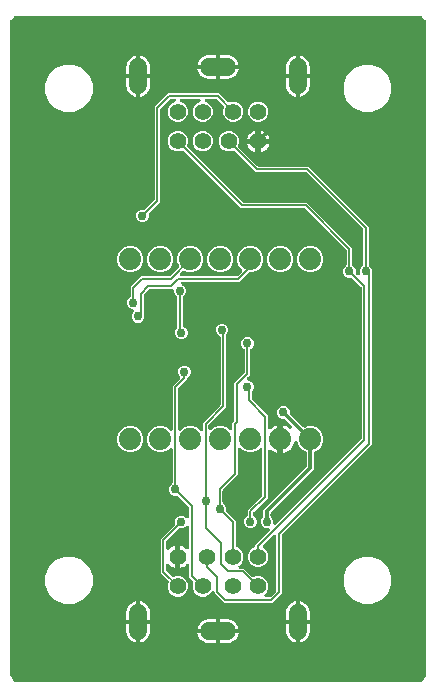
<source format=gbr>
G04 EAGLE Gerber RS-274X export*
G75*
%MOMM*%
%FSLAX34Y34*%
%LPD*%
%INBottom Copper*%
%IPPOS*%
%AMOC8*
5,1,8,0,0,1.08239X$1,22.5*%
G01*
%ADD10C,1.408000*%
%ADD11C,1.500000*%
%ADD12C,1.879600*%
%ADD13C,0.304800*%
%ADD14C,0.762000*%
%ADD15C,0.152400*%

G36*
X352279Y5090D02*
X352279Y5090D01*
X352356Y5089D01*
X352451Y5110D01*
X352548Y5121D01*
X352621Y5147D01*
X352697Y5164D01*
X352784Y5205D01*
X352876Y5238D01*
X352941Y5280D01*
X353011Y5314D01*
X353087Y5374D01*
X353169Y5427D01*
X353223Y5483D01*
X353283Y5532D01*
X353377Y5643D01*
X353411Y5678D01*
X353421Y5695D01*
X353441Y5719D01*
X356586Y10121D01*
X356586Y10122D01*
X356676Y10285D01*
X356754Y10426D01*
X356755Y10427D01*
X356797Y10577D01*
X356849Y10761D01*
X356849Y10762D01*
X356850Y10763D01*
X356869Y11006D01*
X356869Y564955D01*
X356855Y565080D01*
X356848Y565206D01*
X356835Y565253D01*
X356829Y565301D01*
X356787Y565420D01*
X356752Y565541D01*
X356728Y565583D01*
X356712Y565629D01*
X356643Y565735D01*
X356582Y565845D01*
X356542Y565892D01*
X356523Y565922D01*
X356488Y565955D01*
X356423Y566032D01*
X353942Y568513D01*
X353843Y568592D01*
X353749Y568676D01*
X353706Y568700D01*
X353669Y568730D01*
X353554Y568784D01*
X353444Y568845D01*
X353397Y568858D01*
X353354Y568879D01*
X353230Y568905D01*
X353108Y568940D01*
X353048Y568945D01*
X353013Y568952D01*
X352965Y568951D01*
X352865Y568959D01*
X9085Y568959D01*
X8960Y568945D01*
X8834Y568938D01*
X8787Y568925D01*
X8739Y568919D01*
X8620Y568877D01*
X8499Y568842D01*
X8457Y568818D01*
X8411Y568802D01*
X8305Y568733D01*
X8195Y568672D01*
X8148Y568632D01*
X8118Y568613D01*
X8085Y568578D01*
X8008Y568513D01*
X5527Y566032D01*
X5448Y565933D01*
X5364Y565839D01*
X5340Y565796D01*
X5310Y565759D01*
X5256Y565644D01*
X5195Y565534D01*
X5182Y565487D01*
X5161Y565444D01*
X5135Y565320D01*
X5100Y565198D01*
X5095Y565138D01*
X5088Y565103D01*
X5089Y565055D01*
X5081Y564955D01*
X5081Y11006D01*
X5081Y11005D01*
X5101Y10827D01*
X5121Y10660D01*
X5121Y10659D01*
X5182Y10488D01*
X5238Y10332D01*
X5238Y10331D01*
X5239Y10331D01*
X5364Y10121D01*
X8509Y5719D01*
X8561Y5661D01*
X8606Y5597D01*
X8678Y5532D01*
X8743Y5460D01*
X8807Y5416D01*
X8864Y5364D01*
X8949Y5317D01*
X9029Y5261D01*
X9101Y5233D01*
X9169Y5195D01*
X9263Y5169D01*
X9353Y5133D01*
X9430Y5122D01*
X9505Y5100D01*
X9650Y5089D01*
X9698Y5082D01*
X9718Y5083D01*
X9749Y5081D01*
X352201Y5081D01*
X352279Y5090D01*
G37*
%LPC*%
G36*
X185743Y72643D02*
X185743Y72643D01*
X183957Y74429D01*
X179839Y78547D01*
X178053Y80333D01*
X178053Y80909D01*
X178047Y80959D01*
X178050Y81010D01*
X178028Y81132D01*
X178013Y81255D01*
X177996Y81303D01*
X177987Y81352D01*
X177938Y81466D01*
X177896Y81583D01*
X177869Y81626D01*
X177848Y81672D01*
X177774Y81772D01*
X177707Y81876D01*
X177671Y81911D01*
X177641Y81952D01*
X177546Y82032D01*
X177456Y82118D01*
X177413Y82144D01*
X177375Y82177D01*
X177264Y82234D01*
X177157Y82297D01*
X177109Y82313D01*
X177064Y82336D01*
X176943Y82366D01*
X176825Y82404D01*
X176775Y82408D01*
X176726Y82420D01*
X176602Y82422D01*
X176478Y82431D01*
X176428Y82424D01*
X176378Y82425D01*
X176256Y82398D01*
X176133Y82380D01*
X176086Y82361D01*
X176037Y82350D01*
X175925Y82297D01*
X175809Y82251D01*
X175768Y82222D01*
X175722Y82201D01*
X175625Y82123D01*
X175523Y82052D01*
X175489Y82015D01*
X175450Y81983D01*
X175373Y81886D01*
X175290Y81793D01*
X175265Y81749D01*
X175234Y81710D01*
X175123Y81492D01*
X175109Y81458D01*
X172700Y79049D01*
X169552Y77745D01*
X166144Y77745D01*
X162996Y79049D01*
X160587Y81458D01*
X159283Y84606D01*
X159283Y88014D01*
X159956Y89638D01*
X159977Y89712D01*
X160007Y89782D01*
X160025Y89879D01*
X160052Y89973D01*
X160056Y90050D01*
X160069Y90125D01*
X160064Y90223D01*
X160069Y90321D01*
X160055Y90396D01*
X160051Y90473D01*
X160024Y90567D01*
X160006Y90664D01*
X159976Y90734D01*
X159955Y90808D01*
X159907Y90894D01*
X159867Y90984D01*
X159822Y91045D01*
X159784Y91112D01*
X159688Y91226D01*
X159659Y91264D01*
X159645Y91276D01*
X159626Y91298D01*
X158249Y92675D01*
X156463Y94461D01*
X156463Y103699D01*
X156452Y103798D01*
X156450Y103899D01*
X156432Y103971D01*
X156423Y104045D01*
X156390Y104139D01*
X156365Y104237D01*
X156331Y104303D01*
X156306Y104373D01*
X156251Y104457D01*
X156205Y104547D01*
X156157Y104603D01*
X156117Y104666D01*
X156045Y104736D01*
X155980Y104812D01*
X155920Y104856D01*
X155866Y104908D01*
X155780Y104960D01*
X155699Y105019D01*
X155631Y105049D01*
X155567Y105087D01*
X155472Y105117D01*
X155379Y105157D01*
X155306Y105170D01*
X155235Y105193D01*
X155135Y105201D01*
X155036Y105219D01*
X154962Y105215D01*
X154888Y105221D01*
X154788Y105206D01*
X154688Y105201D01*
X154617Y105180D01*
X154543Y105169D01*
X154450Y105132D01*
X154353Y105104D01*
X154288Y105068D01*
X154219Y105041D01*
X154137Y104983D01*
X154049Y104934D01*
X153973Y104869D01*
X153933Y104842D01*
X153909Y104815D01*
X153863Y104776D01*
X153089Y104002D01*
X151869Y103116D01*
X150526Y102431D01*
X149097Y101967D01*
X149097Y110584D01*
X149094Y110610D01*
X149096Y110636D01*
X149074Y110783D01*
X149057Y110930D01*
X149049Y110955D01*
X149045Y110981D01*
X148990Y111118D01*
X148940Y111258D01*
X148926Y111280D01*
X148916Y111305D01*
X148907Y111317D01*
X148962Y111409D01*
X148970Y111434D01*
X148983Y111457D01*
X149023Y111600D01*
X149068Y111741D01*
X149070Y111767D01*
X149078Y111792D01*
X149097Y112036D01*
X149097Y120653D01*
X150526Y120189D01*
X151869Y119504D01*
X153089Y118618D01*
X153863Y117844D01*
X153942Y117782D01*
X154014Y117712D01*
X154078Y117674D01*
X154136Y117628D01*
X154227Y117585D01*
X154313Y117533D01*
X154384Y117511D01*
X154451Y117479D01*
X154549Y117458D01*
X154645Y117427D01*
X154719Y117421D01*
X154792Y117405D01*
X154892Y117407D01*
X154992Y117399D01*
X155066Y117410D01*
X155140Y117411D01*
X155237Y117436D01*
X155337Y117451D01*
X155406Y117478D01*
X155478Y117496D01*
X155567Y117542D01*
X155661Y117579D01*
X155722Y117622D01*
X155788Y117656D01*
X155865Y117721D01*
X155947Y117778D01*
X155997Y117834D01*
X156053Y117882D01*
X156113Y117963D01*
X156180Y118037D01*
X156216Y118102D01*
X156261Y118162D01*
X156300Y118254D01*
X156349Y118342D01*
X156369Y118414D01*
X156399Y118482D01*
X156416Y118581D01*
X156444Y118678D01*
X156452Y118778D01*
X156460Y118825D01*
X156458Y118861D01*
X156463Y118921D01*
X156463Y136351D01*
X156452Y136451D01*
X156450Y136552D01*
X156432Y136624D01*
X156423Y136698D01*
X156389Y136792D01*
X156365Y136890D01*
X156331Y136956D01*
X156306Y137026D01*
X156251Y137110D01*
X156205Y137199D01*
X156157Y137256D01*
X156117Y137319D01*
X156045Y137388D01*
X155980Y137465D01*
X155920Y137509D01*
X155866Y137561D01*
X155780Y137612D01*
X155699Y137672D01*
X155631Y137701D01*
X155567Y137740D01*
X155471Y137770D01*
X155379Y137810D01*
X155306Y137823D01*
X155235Y137846D01*
X155135Y137854D01*
X155036Y137872D01*
X154962Y137868D01*
X154888Y137874D01*
X154788Y137859D01*
X154688Y137854D01*
X154617Y137833D01*
X154543Y137822D01*
X154450Y137785D01*
X154353Y137757D01*
X154288Y137721D01*
X154219Y137693D01*
X154137Y137636D01*
X154049Y137587D01*
X153973Y137522D01*
X153933Y137494D01*
X153909Y137468D01*
X153863Y137428D01*
X152882Y136447D01*
X150921Y135635D01*
X148706Y135635D01*
X148669Y135646D01*
X148593Y135650D01*
X148517Y135663D01*
X148419Y135658D01*
X148321Y135663D01*
X148246Y135649D01*
X148169Y135645D01*
X148075Y135618D01*
X147978Y135600D01*
X147908Y135570D01*
X147834Y135549D01*
X147749Y135501D01*
X147658Y135462D01*
X147597Y135416D01*
X147530Y135379D01*
X147417Y135282D01*
X147379Y135254D01*
X147366Y135239D01*
X147344Y135220D01*
X137353Y125229D01*
X137274Y125130D01*
X137190Y125036D01*
X137166Y124994D01*
X137136Y124956D01*
X137082Y124842D01*
X137021Y124731D01*
X137008Y124684D01*
X136987Y124641D01*
X136961Y124517D01*
X136926Y124396D01*
X136921Y124335D01*
X136914Y124300D01*
X136915Y124252D01*
X136907Y124152D01*
X136907Y118595D01*
X136918Y118496D01*
X136920Y118395D01*
X136938Y118323D01*
X136947Y118249D01*
X136981Y118154D01*
X137005Y118057D01*
X137039Y117991D01*
X137064Y117921D01*
X137119Y117837D01*
X137165Y117747D01*
X137213Y117691D01*
X137253Y117628D01*
X137325Y117558D01*
X137390Y117482D01*
X137450Y117438D01*
X137504Y117386D01*
X137590Y117334D01*
X137671Y117275D01*
X137739Y117245D01*
X137803Y117207D01*
X137899Y117177D01*
X137991Y117137D01*
X138064Y117124D01*
X138135Y117101D01*
X138235Y117093D01*
X138334Y117075D01*
X138408Y117079D01*
X138482Y117073D01*
X138582Y117088D01*
X138682Y117093D01*
X138753Y117114D01*
X138827Y117125D01*
X138920Y117162D01*
X139017Y117190D01*
X139082Y117226D01*
X139151Y117253D01*
X139233Y117311D01*
X139321Y117360D01*
X139397Y117425D01*
X139437Y117452D01*
X139461Y117479D01*
X139507Y117518D01*
X140607Y118618D01*
X141827Y119504D01*
X143170Y120189D01*
X144599Y120653D01*
X144599Y112036D01*
X144602Y112010D01*
X144600Y111984D01*
X144622Y111837D01*
X144639Y111690D01*
X144647Y111665D01*
X144651Y111639D01*
X144706Y111502D01*
X144756Y111362D01*
X144770Y111340D01*
X144780Y111315D01*
X144789Y111303D01*
X144734Y111211D01*
X144726Y111186D01*
X144713Y111163D01*
X144673Y111020D01*
X144628Y110879D01*
X144625Y110853D01*
X144618Y110828D01*
X144599Y110584D01*
X144599Y101967D01*
X143170Y102431D01*
X141827Y103116D01*
X140607Y104002D01*
X139507Y105102D01*
X139428Y105164D01*
X139356Y105234D01*
X139292Y105272D01*
X139234Y105318D01*
X139143Y105361D01*
X139057Y105413D01*
X138986Y105435D01*
X138919Y105467D01*
X138821Y105488D01*
X138725Y105519D01*
X138651Y105525D01*
X138578Y105541D01*
X138478Y105539D01*
X138378Y105547D01*
X138304Y105536D01*
X138230Y105535D01*
X138133Y105510D01*
X138033Y105495D01*
X137964Y105468D01*
X137892Y105450D01*
X137803Y105404D01*
X137709Y105367D01*
X137648Y105324D01*
X137582Y105290D01*
X137506Y105225D01*
X137423Y105168D01*
X137373Y105112D01*
X137317Y105064D01*
X137257Y104983D01*
X137190Y104909D01*
X137154Y104844D01*
X137109Y104784D01*
X137070Y104692D01*
X137021Y104604D01*
X137001Y104532D01*
X136971Y104464D01*
X136954Y104365D01*
X136926Y104268D01*
X136918Y104168D01*
X136910Y104121D01*
X136912Y104085D01*
X136907Y104025D01*
X136907Y100116D01*
X136921Y99991D01*
X136928Y99864D01*
X136941Y99818D01*
X136947Y99770D01*
X136989Y99651D01*
X137024Y99530D01*
X137048Y99487D01*
X137064Y99442D01*
X137133Y99335D01*
X137194Y99225D01*
X137234Y99179D01*
X137253Y99149D01*
X137288Y99115D01*
X137353Y99039D01*
X141860Y94532D01*
X141920Y94485D01*
X141973Y94430D01*
X142056Y94377D01*
X142133Y94315D01*
X142202Y94283D01*
X142266Y94241D01*
X142359Y94209D01*
X142448Y94167D01*
X142523Y94150D01*
X142595Y94125D01*
X142693Y94114D01*
X142789Y94093D01*
X142865Y94094D01*
X142941Y94086D01*
X143039Y94097D01*
X143137Y94099D01*
X143211Y94118D01*
X143287Y94127D01*
X143429Y94173D01*
X143475Y94184D01*
X143492Y94193D01*
X143520Y94202D01*
X145144Y94875D01*
X148552Y94875D01*
X151700Y93571D01*
X154109Y91162D01*
X155413Y88014D01*
X155413Y84606D01*
X154109Y81458D01*
X151700Y79049D01*
X148552Y77745D01*
X145144Y77745D01*
X141996Y79049D01*
X139587Y81458D01*
X138283Y84606D01*
X138283Y88014D01*
X138956Y89638D01*
X138977Y89712D01*
X139007Y89782D01*
X139025Y89879D01*
X139052Y89973D01*
X139056Y90050D01*
X139069Y90125D01*
X139064Y90223D01*
X139069Y90321D01*
X139055Y90396D01*
X139051Y90473D01*
X139024Y90567D01*
X139006Y90664D01*
X138976Y90734D01*
X138955Y90808D01*
X138907Y90894D01*
X138867Y90984D01*
X138822Y91045D01*
X138784Y91112D01*
X138688Y91226D01*
X138659Y91264D01*
X138645Y91276D01*
X138626Y91298D01*
X134119Y95805D01*
X132333Y97591D01*
X132333Y126677D01*
X134119Y128463D01*
X144110Y138454D01*
X144158Y138514D01*
X144212Y138567D01*
X144266Y138650D01*
X144327Y138727D01*
X144359Y138796D01*
X144401Y138861D01*
X144434Y138953D01*
X144476Y139042D01*
X144492Y139117D01*
X144517Y139189D01*
X144528Y139287D01*
X144549Y139383D01*
X144548Y139459D01*
X144556Y139535D01*
X144545Y139633D01*
X144543Y139731D01*
X144525Y139802D01*
X144525Y142031D01*
X145337Y143992D01*
X146838Y145493D01*
X148799Y146305D01*
X150921Y146305D01*
X152882Y145493D01*
X153863Y144512D01*
X153942Y144449D01*
X154014Y144379D01*
X154078Y144341D01*
X154136Y144295D01*
X154227Y144252D01*
X154313Y144200D01*
X154384Y144178D01*
X154451Y144146D01*
X154549Y144125D01*
X154645Y144094D01*
X154719Y144088D01*
X154792Y144073D01*
X154892Y144074D01*
X154992Y144066D01*
X155066Y144077D01*
X155140Y144079D01*
X155237Y144103D01*
X155337Y144118D01*
X155406Y144145D01*
X155478Y144164D01*
X155567Y144210D01*
X155661Y144247D01*
X155722Y144289D01*
X155788Y144323D01*
X155864Y144388D01*
X155947Y144446D01*
X155997Y144501D01*
X156053Y144549D01*
X156113Y144630D01*
X156180Y144704D01*
X156216Y144770D01*
X156261Y144829D01*
X156300Y144921D01*
X156349Y145009D01*
X156369Y145081D01*
X156399Y145149D01*
X156416Y145248D01*
X156444Y145345D01*
X156452Y145445D01*
X156460Y145492D01*
X156458Y145528D01*
X156463Y145589D01*
X156463Y152854D01*
X156461Y152873D01*
X156462Y152888D01*
X156449Y152976D01*
X156449Y152979D01*
X156442Y153106D01*
X156429Y153152D01*
X156423Y153200D01*
X156381Y153319D01*
X156346Y153440D01*
X156322Y153483D01*
X156306Y153528D01*
X156237Y153635D01*
X156176Y153745D01*
X156136Y153791D01*
X156117Y153821D01*
X156082Y153855D01*
X156017Y153931D01*
X147296Y162652D01*
X147236Y162700D01*
X147183Y162754D01*
X147100Y162808D01*
X147023Y162869D01*
X146954Y162901D01*
X146889Y162943D01*
X146797Y162976D01*
X146708Y163018D01*
X146633Y163034D01*
X146561Y163059D01*
X146463Y163070D01*
X146367Y163091D01*
X146291Y163090D01*
X146215Y163098D01*
X146117Y163087D01*
X146019Y163085D01*
X145948Y163067D01*
X143719Y163067D01*
X141758Y163879D01*
X140257Y165380D01*
X139445Y167341D01*
X139445Y169463D01*
X140257Y171424D01*
X141823Y172990D01*
X141857Y173009D01*
X141914Y173060D01*
X141977Y173104D01*
X142043Y173177D01*
X142115Y173243D01*
X142159Y173306D01*
X142210Y173363D01*
X142258Y173449D01*
X142314Y173529D01*
X142342Y173601D01*
X142379Y173668D01*
X142406Y173762D01*
X142442Y173854D01*
X142453Y173929D01*
X142474Y174003D01*
X142486Y174152D01*
X142492Y174198D01*
X142491Y174217D01*
X142493Y174247D01*
X142493Y202109D01*
X142482Y202209D01*
X142480Y202309D01*
X142462Y202381D01*
X142453Y202455D01*
X142420Y202549D01*
X142395Y202647D01*
X142361Y202713D01*
X142336Y202783D01*
X142281Y202867D01*
X142235Y202957D01*
X142187Y203013D01*
X142147Y203076D01*
X142075Y203146D01*
X142010Y203222D01*
X141950Y203266D01*
X141896Y203318D01*
X141810Y203370D01*
X141729Y203429D01*
X141661Y203459D01*
X141597Y203497D01*
X141501Y203528D01*
X141409Y203567D01*
X141336Y203580D01*
X141265Y203603D01*
X141165Y203611D01*
X141066Y203629D01*
X140992Y203625D01*
X140918Y203631D01*
X140818Y203616D01*
X140718Y203611D01*
X140647Y203590D01*
X140573Y203579D01*
X140480Y203542D01*
X140383Y203515D01*
X140318Y203478D01*
X140249Y203451D01*
X140167Y203393D01*
X140079Y203344D01*
X140003Y203279D01*
X139963Y203252D01*
X139939Y203225D01*
X139893Y203186D01*
X138267Y201560D01*
X134253Y199897D01*
X129907Y199897D01*
X125893Y201560D01*
X122820Y204633D01*
X121157Y208647D01*
X121157Y212993D01*
X122820Y217007D01*
X125893Y220080D01*
X129907Y221743D01*
X134253Y221743D01*
X138267Y220080D01*
X139893Y218454D01*
X139972Y218392D01*
X140044Y218322D01*
X140108Y218284D01*
X140166Y218238D01*
X140257Y218195D01*
X140343Y218143D01*
X140414Y218120D01*
X140481Y218089D01*
X140579Y218067D01*
X140675Y218037D01*
X140749Y218031D01*
X140822Y218015D01*
X140922Y218017D01*
X141022Y218009D01*
X141096Y218020D01*
X141170Y218021D01*
X141267Y218046D01*
X141367Y218061D01*
X141436Y218088D01*
X141508Y218106D01*
X141597Y218152D01*
X141691Y218189D01*
X141752Y218232D01*
X141818Y218266D01*
X141894Y218331D01*
X141977Y218388D01*
X142027Y218443D01*
X142083Y218492D01*
X142143Y218572D01*
X142210Y218647D01*
X142246Y218712D01*
X142291Y218772D01*
X142330Y218864D01*
X142379Y218952D01*
X142399Y219024D01*
X142429Y219092D01*
X142446Y219191D01*
X142474Y219287D01*
X142482Y219387D01*
X142490Y219435D01*
X142488Y219471D01*
X142493Y219531D01*
X142493Y256217D01*
X148474Y262198D01*
X148490Y262218D01*
X148510Y262235D01*
X148598Y262355D01*
X148690Y262471D01*
X148702Y262494D01*
X148717Y262516D01*
X148776Y262652D01*
X148839Y262786D01*
X148845Y262811D01*
X148855Y262836D01*
X148882Y262982D01*
X148913Y263126D01*
X148912Y263153D01*
X148917Y263179D01*
X148909Y263327D01*
X148907Y263475D01*
X148900Y263500D01*
X148899Y263527D01*
X148858Y263669D01*
X148822Y263813D01*
X148810Y263836D01*
X148802Y263861D01*
X148730Y263991D01*
X148662Y264123D01*
X148645Y264143D01*
X148632Y264166D01*
X148474Y264352D01*
X147877Y264948D01*
X147065Y266909D01*
X147065Y269031D01*
X147877Y270992D01*
X149378Y272493D01*
X151339Y273305D01*
X153461Y273305D01*
X155422Y272493D01*
X156923Y270992D01*
X157735Y269031D01*
X157735Y266909D01*
X156923Y264948D01*
X155357Y263382D01*
X155323Y263363D01*
X155266Y263312D01*
X155203Y263268D01*
X155137Y263195D01*
X155065Y263129D01*
X155021Y263066D01*
X154970Y263009D01*
X154922Y262923D01*
X154866Y262843D01*
X154838Y262771D01*
X154801Y262704D01*
X154774Y262610D01*
X154738Y262518D01*
X154727Y262443D01*
X154706Y262369D01*
X154694Y262220D01*
X154688Y262174D01*
X154689Y262155D01*
X154687Y262125D01*
X154687Y261943D01*
X147513Y254769D01*
X147434Y254670D01*
X147350Y254576D01*
X147326Y254534D01*
X147296Y254496D01*
X147242Y254382D01*
X147181Y254271D01*
X147168Y254224D01*
X147147Y254181D01*
X147121Y254057D01*
X147086Y253936D01*
X147081Y253875D01*
X147074Y253840D01*
X147075Y253792D01*
X147067Y253692D01*
X147067Y219531D01*
X147078Y219431D01*
X147080Y219331D01*
X147098Y219259D01*
X147107Y219185D01*
X147140Y219091D01*
X147165Y218993D01*
X147199Y218927D01*
X147224Y218857D01*
X147279Y218773D01*
X147325Y218683D01*
X147373Y218627D01*
X147413Y218564D01*
X147485Y218494D01*
X147550Y218418D01*
X147610Y218374D01*
X147664Y218322D01*
X147750Y218270D01*
X147831Y218211D01*
X147899Y218181D01*
X147963Y218143D01*
X148059Y218112D01*
X148151Y218073D01*
X148224Y218060D01*
X148295Y218037D01*
X148395Y218029D01*
X148494Y218011D01*
X148568Y218015D01*
X148642Y218009D01*
X148742Y218024D01*
X148842Y218029D01*
X148913Y218050D01*
X148987Y218061D01*
X149080Y218098D01*
X149177Y218125D01*
X149242Y218162D01*
X149311Y218189D01*
X149393Y218247D01*
X149481Y218296D01*
X149557Y218361D01*
X149597Y218388D01*
X149621Y218415D01*
X149667Y218454D01*
X151293Y220080D01*
X155307Y221743D01*
X159653Y221743D01*
X163667Y220080D01*
X165547Y218200D01*
X165625Y218138D01*
X165698Y218068D01*
X165762Y218030D01*
X165820Y217984D01*
X165911Y217941D01*
X165997Y217889D01*
X166068Y217866D01*
X166135Y217835D01*
X166233Y217813D01*
X166329Y217783D01*
X166403Y217777D01*
X166476Y217761D01*
X166576Y217763D01*
X166676Y217755D01*
X166750Y217766D01*
X166824Y217767D01*
X166921Y217792D01*
X167021Y217807D01*
X167090Y217834D01*
X167162Y217852D01*
X167251Y217898D01*
X167345Y217935D01*
X167406Y217978D01*
X167472Y218012D01*
X167548Y218077D01*
X167631Y218134D01*
X167681Y218189D01*
X167737Y218238D01*
X167797Y218318D01*
X167864Y218393D01*
X167900Y218458D01*
X167945Y218518D01*
X167984Y218610D01*
X168033Y218698D01*
X168053Y218770D01*
X168083Y218838D01*
X168100Y218937D01*
X168128Y219033D01*
X168136Y219133D01*
X168144Y219181D01*
X168142Y219217D01*
X168147Y219277D01*
X168147Y224721D01*
X182687Y239261D01*
X182766Y239360D01*
X182850Y239454D01*
X182874Y239496D01*
X182904Y239534D01*
X182958Y239648D01*
X183019Y239759D01*
X183032Y239806D01*
X183053Y239849D01*
X183079Y239973D01*
X183114Y240094D01*
X183119Y240155D01*
X183126Y240190D01*
X183125Y240238D01*
X183133Y240338D01*
X183133Y297159D01*
X183125Y297235D01*
X183126Y297311D01*
X183105Y297408D01*
X183093Y297505D01*
X183068Y297577D01*
X183051Y297652D01*
X183009Y297741D01*
X182976Y297833D01*
X182934Y297898D01*
X182902Y297967D01*
X182840Y298043D01*
X182787Y298126D01*
X182732Y298179D01*
X182684Y298239D01*
X182607Y298300D01*
X182536Y298368D01*
X182471Y298408D01*
X182411Y298455D01*
X182278Y298523D01*
X182237Y298547D01*
X182219Y298553D01*
X182193Y298566D01*
X181128Y299007D01*
X179627Y300508D01*
X178815Y302469D01*
X178815Y304591D01*
X179627Y306552D01*
X181128Y308053D01*
X183089Y308865D01*
X185211Y308865D01*
X187172Y308053D01*
X188673Y306552D01*
X189485Y304591D01*
X189485Y302469D01*
X188673Y300508D01*
X188153Y299988D01*
X188074Y299889D01*
X187990Y299796D01*
X187966Y299753D01*
X187936Y299715D01*
X187882Y299601D01*
X187821Y299491D01*
X187808Y299444D01*
X187787Y299400D01*
X187761Y299277D01*
X187726Y299155D01*
X187721Y299094D01*
X187714Y299060D01*
X187715Y299012D01*
X187707Y298911D01*
X187707Y237813D01*
X173167Y223273D01*
X173088Y223174D01*
X173004Y223080D01*
X172980Y223038D01*
X172950Y223000D01*
X172896Y222886D01*
X172835Y222775D01*
X172822Y222728D01*
X172801Y222685D01*
X172775Y222561D01*
X172740Y222440D01*
X172735Y222379D01*
X172728Y222344D01*
X172729Y222296D01*
X172721Y222196D01*
X172721Y219785D01*
X172732Y219685D01*
X172734Y219585D01*
X172752Y219513D01*
X172761Y219439D01*
X172794Y219345D01*
X172819Y219247D01*
X172853Y219181D01*
X172878Y219111D01*
X172933Y219027D01*
X172979Y218937D01*
X173027Y218881D01*
X173067Y218818D01*
X173139Y218748D01*
X173204Y218672D01*
X173264Y218628D01*
X173318Y218576D01*
X173404Y218524D01*
X173485Y218465D01*
X173553Y218435D01*
X173617Y218397D01*
X173713Y218366D01*
X173805Y218327D01*
X173878Y218314D01*
X173949Y218291D01*
X174049Y218283D01*
X174148Y218265D01*
X174222Y218269D01*
X174296Y218263D01*
X174396Y218278D01*
X174496Y218283D01*
X174567Y218304D01*
X174641Y218315D01*
X174734Y218352D01*
X174831Y218379D01*
X174896Y218416D01*
X174965Y218443D01*
X175047Y218501D01*
X175135Y218550D01*
X175211Y218615D01*
X175251Y218642D01*
X175275Y218669D01*
X175321Y218708D01*
X176693Y220080D01*
X180707Y221743D01*
X185053Y221743D01*
X189067Y220080D01*
X190439Y218708D01*
X190518Y218646D01*
X190590Y218576D01*
X190654Y218538D01*
X190712Y218492D01*
X190803Y218449D01*
X190889Y218397D01*
X190960Y218374D01*
X191027Y218343D01*
X191125Y218321D01*
X191221Y218291D01*
X191295Y218285D01*
X191368Y218269D01*
X191468Y218271D01*
X191568Y218263D01*
X191642Y218274D01*
X191716Y218275D01*
X191813Y218300D01*
X191913Y218315D01*
X191982Y218342D01*
X192054Y218360D01*
X192143Y218406D01*
X192237Y218443D01*
X192298Y218486D01*
X192364Y218520D01*
X192440Y218585D01*
X192523Y218642D01*
X192573Y218697D01*
X192629Y218746D01*
X192689Y218826D01*
X192756Y218901D01*
X192792Y218966D01*
X192837Y219026D01*
X192876Y219118D01*
X192925Y219206D01*
X192945Y219278D01*
X192975Y219346D01*
X192992Y219445D01*
X193020Y219541D01*
X193028Y219641D01*
X193036Y219689D01*
X193034Y219725D01*
X193039Y219785D01*
X193039Y224467D01*
X194371Y225799D01*
X194450Y225898D01*
X194534Y225992D01*
X194558Y226034D01*
X194588Y226072D01*
X194642Y226186D01*
X194703Y226297D01*
X194716Y226344D01*
X194737Y226387D01*
X194763Y226511D01*
X194798Y226632D01*
X194803Y226693D01*
X194810Y226728D01*
X194809Y226776D01*
X194817Y226876D01*
X194817Y258742D01*
X203007Y266932D01*
X203086Y267031D01*
X203170Y267125D01*
X203194Y267167D01*
X203224Y267205D01*
X203278Y267319D01*
X203339Y267430D01*
X203352Y267477D01*
X203373Y267520D01*
X203399Y267644D01*
X203434Y267765D01*
X203439Y267826D01*
X203446Y267861D01*
X203445Y267909D01*
X203453Y268009D01*
X203453Y286255D01*
X203444Y286331D01*
X203446Y286408D01*
X203425Y286504D01*
X203413Y286601D01*
X203388Y286673D01*
X203371Y286748D01*
X203329Y286837D01*
X203296Y286929D01*
X203254Y286994D01*
X203221Y287063D01*
X203160Y287140D01*
X203107Y287222D01*
X203052Y287276D01*
X203004Y287335D01*
X202927Y287396D01*
X202856Y287464D01*
X202794Y287502D01*
X201217Y289078D01*
X200405Y291039D01*
X200405Y293161D01*
X201217Y295122D01*
X202718Y296623D01*
X204679Y297435D01*
X206801Y297435D01*
X208762Y296623D01*
X210263Y295122D01*
X211075Y293161D01*
X211075Y291039D01*
X210263Y289078D01*
X208697Y287512D01*
X208663Y287493D01*
X208606Y287442D01*
X208543Y287398D01*
X208477Y287325D01*
X208405Y287259D01*
X208361Y287196D01*
X208310Y287139D01*
X208262Y287053D01*
X208206Y286973D01*
X208178Y286901D01*
X208141Y286834D01*
X208114Y286740D01*
X208078Y286648D01*
X208067Y286573D01*
X208046Y286499D01*
X208034Y286350D01*
X208028Y286304D01*
X208029Y286285D01*
X208027Y286255D01*
X208027Y265484D01*
X206241Y263698D01*
X205748Y263205D01*
X205686Y263127D01*
X205616Y263054D01*
X205577Y262990D01*
X205531Y262932D01*
X205488Y262841D01*
X205437Y262755D01*
X205414Y262684D01*
X205382Y262617D01*
X205361Y262519D01*
X205331Y262423D01*
X205325Y262349D01*
X205309Y262276D01*
X205311Y262176D01*
X205303Y262076D01*
X205314Y262002D01*
X205315Y261928D01*
X205340Y261830D01*
X205354Y261731D01*
X205382Y261662D01*
X205400Y261590D01*
X205446Y261501D01*
X205483Y261407D01*
X205526Y261346D01*
X205560Y261280D01*
X205625Y261204D01*
X205682Y261121D01*
X205737Y261071D01*
X205785Y261015D01*
X205866Y260955D01*
X205941Y260888D01*
X206006Y260852D01*
X206066Y260807D01*
X206158Y260768D01*
X206246Y260719D01*
X206317Y260699D01*
X206386Y260669D01*
X206485Y260652D01*
X206581Y260624D01*
X206681Y260616D01*
X206729Y260608D01*
X206764Y260610D01*
X206795Y260607D01*
X208762Y259793D01*
X210263Y258292D01*
X211075Y256331D01*
X211075Y254209D01*
X210263Y252248D01*
X209743Y251728D01*
X209664Y251629D01*
X209580Y251536D01*
X209556Y251493D01*
X209526Y251455D01*
X209472Y251341D01*
X209411Y251231D01*
X209398Y251184D01*
X209377Y251140D01*
X209351Y251017D01*
X209316Y250895D01*
X209311Y250834D01*
X209304Y250800D01*
X209305Y250752D01*
X209297Y250651D01*
X209297Y245418D01*
X209311Y245293D01*
X209318Y245166D01*
X209331Y245120D01*
X209337Y245072D01*
X209379Y244953D01*
X209414Y244832D01*
X209438Y244789D01*
X209454Y244744D01*
X209523Y244637D01*
X209584Y244527D01*
X209624Y244481D01*
X209643Y244451D01*
X209678Y244417D01*
X209743Y244341D01*
X221227Y232857D01*
X223013Y231071D01*
X223013Y220714D01*
X223024Y220614D01*
X223026Y220514D01*
X223044Y220442D01*
X223053Y220368D01*
X223086Y220273D01*
X223111Y220176D01*
X223145Y220110D01*
X223170Y220040D01*
X223225Y219955D01*
X223271Y219866D01*
X223319Y219809D01*
X223359Y219747D01*
X223431Y219677D01*
X223496Y219601D01*
X223556Y219556D01*
X223610Y219505D01*
X223696Y219453D01*
X223777Y219394D01*
X223845Y219364D01*
X223909Y219326D01*
X224004Y219295D01*
X224097Y219256D01*
X224170Y219242D01*
X224241Y219220D01*
X224341Y219212D01*
X224440Y219194D01*
X224514Y219198D01*
X224588Y219192D01*
X224687Y219207D01*
X224788Y219212D01*
X224859Y219232D01*
X224933Y219243D01*
X225026Y219281D01*
X225123Y219308D01*
X225188Y219345D01*
X225257Y219372D01*
X225339Y219429D01*
X225427Y219479D01*
X225503Y219544D01*
X225543Y219571D01*
X225567Y219597D01*
X225613Y219637D01*
X225903Y219927D01*
X227423Y221031D01*
X229097Y221884D01*
X230884Y222465D01*
X231141Y222505D01*
X231141Y211836D01*
X231144Y211810D01*
X231142Y211784D01*
X231164Y211637D01*
X231181Y211490D01*
X231189Y211465D01*
X231193Y211439D01*
X231248Y211302D01*
X231298Y211162D01*
X231312Y211140D01*
X231322Y211115D01*
X231407Y210994D01*
X231487Y210869D01*
X231506Y210851D01*
X231521Y210829D01*
X231537Y210815D01*
X231455Y210730D01*
X231441Y210707D01*
X231424Y210688D01*
X231352Y210558D01*
X231276Y210431D01*
X231268Y210406D01*
X231255Y210383D01*
X231215Y210240D01*
X231170Y210099D01*
X231167Y210073D01*
X231160Y210048D01*
X231141Y209804D01*
X231141Y199135D01*
X230884Y199175D01*
X229097Y199756D01*
X227423Y200609D01*
X225903Y201713D01*
X225613Y202003D01*
X225534Y202065D01*
X225462Y202135D01*
X225398Y202173D01*
X225340Y202220D01*
X225249Y202263D01*
X225163Y202314D01*
X225092Y202337D01*
X225025Y202369D01*
X224927Y202390D01*
X224831Y202420D01*
X224757Y202426D01*
X224684Y202442D01*
X224584Y202440D01*
X224484Y202448D01*
X224410Y202437D01*
X224336Y202436D01*
X224238Y202411D01*
X224139Y202397D01*
X224070Y202369D01*
X223998Y202351D01*
X223909Y202305D01*
X223815Y202268D01*
X223754Y202225D01*
X223688Y202191D01*
X223612Y202126D01*
X223529Y202069D01*
X223479Y202014D01*
X223423Y201966D01*
X223363Y201885D01*
X223296Y201810D01*
X223260Y201745D01*
X223215Y201685D01*
X223176Y201593D01*
X223127Y201505D01*
X223107Y201434D01*
X223077Y201365D01*
X223060Y201266D01*
X223032Y201170D01*
X223024Y201069D01*
X223016Y201022D01*
X223018Y200987D01*
X223013Y200926D01*
X223013Y161359D01*
X221227Y159573D01*
X211013Y149359D01*
X210934Y149260D01*
X210850Y149166D01*
X210826Y149124D01*
X210796Y149086D01*
X210742Y148972D01*
X210681Y148861D01*
X210668Y148814D01*
X210647Y148771D01*
X210621Y148647D01*
X210603Y148585D01*
X210596Y148561D01*
X210595Y148557D01*
X210586Y148526D01*
X210581Y148465D01*
X210574Y148430D01*
X210575Y148382D01*
X210567Y148282D01*
X210567Y146815D01*
X210576Y146739D01*
X210574Y146662D01*
X210595Y146566D01*
X210607Y146469D01*
X210632Y146397D01*
X210649Y146322D01*
X210691Y146233D01*
X210724Y146141D01*
X210766Y146076D01*
X210799Y146007D01*
X210860Y145930D01*
X210913Y145848D01*
X210968Y145794D01*
X211016Y145735D01*
X211093Y145674D01*
X211164Y145606D01*
X211226Y145568D01*
X212803Y143992D01*
X213615Y142031D01*
X213615Y139909D01*
X212803Y137948D01*
X211302Y136447D01*
X209341Y135635D01*
X207219Y135635D01*
X205258Y136447D01*
X203757Y137948D01*
X202945Y139909D01*
X202945Y142031D01*
X203757Y143992D01*
X205323Y145558D01*
X205357Y145577D01*
X205414Y145628D01*
X205477Y145672D01*
X205543Y145745D01*
X205615Y145811D01*
X205659Y145874D01*
X205710Y145931D01*
X205758Y146017D01*
X205814Y146097D01*
X205842Y146169D01*
X205879Y146236D01*
X205906Y146330D01*
X205942Y146422D01*
X205953Y146497D01*
X205974Y146571D01*
X205986Y146720D01*
X205992Y146766D01*
X205991Y146785D01*
X205993Y146815D01*
X205993Y150807D01*
X217993Y162807D01*
X218072Y162906D01*
X218156Y163000D01*
X218180Y163042D01*
X218210Y163080D01*
X218264Y163194D01*
X218325Y163305D01*
X218338Y163351D01*
X218359Y163395D01*
X218385Y163518D01*
X218420Y163640D01*
X218425Y163701D01*
X218432Y163736D01*
X218431Y163784D01*
X218439Y163884D01*
X218439Y201855D01*
X218428Y201955D01*
X218426Y202055D01*
X218408Y202127D01*
X218399Y202201D01*
X218366Y202295D01*
X218341Y202393D01*
X218307Y202459D01*
X218282Y202529D01*
X218227Y202613D01*
X218181Y202703D01*
X218133Y202759D01*
X218093Y202822D01*
X218021Y202892D01*
X217956Y202968D01*
X217896Y203012D01*
X217842Y203064D01*
X217756Y203116D01*
X217675Y203175D01*
X217607Y203205D01*
X217543Y203243D01*
X217447Y203274D01*
X217355Y203313D01*
X217282Y203326D01*
X217211Y203349D01*
X217111Y203357D01*
X217012Y203375D01*
X216938Y203371D01*
X216864Y203377D01*
X216764Y203362D01*
X216664Y203357D01*
X216593Y203336D01*
X216519Y203325D01*
X216426Y203288D01*
X216329Y203261D01*
X216264Y203224D01*
X216195Y203197D01*
X216113Y203139D01*
X216025Y203090D01*
X215949Y203025D01*
X215909Y202998D01*
X215885Y202971D01*
X215839Y202932D01*
X214467Y201560D01*
X210453Y199897D01*
X206107Y199897D01*
X202093Y201560D01*
X200213Y203440D01*
X200135Y203502D01*
X200062Y203572D01*
X199998Y203610D01*
X199940Y203656D01*
X199849Y203699D01*
X199763Y203751D01*
X199692Y203774D01*
X199625Y203805D01*
X199527Y203827D01*
X199431Y203857D01*
X199357Y203863D01*
X199284Y203879D01*
X199184Y203877D01*
X199084Y203885D01*
X199010Y203874D01*
X198936Y203873D01*
X198839Y203848D01*
X198739Y203833D01*
X198670Y203806D01*
X198598Y203788D01*
X198509Y203742D01*
X198415Y203705D01*
X198354Y203662D01*
X198288Y203628D01*
X198212Y203563D01*
X198129Y203506D01*
X198079Y203451D01*
X198023Y203402D01*
X197963Y203322D01*
X197896Y203247D01*
X197860Y203182D01*
X197815Y203122D01*
X197776Y203030D01*
X197727Y202942D01*
X197707Y202870D01*
X197677Y202802D01*
X197660Y202703D01*
X197632Y202607D01*
X197624Y202507D01*
X197616Y202459D01*
X197618Y202423D01*
X197613Y202363D01*
X197613Y180917D01*
X185105Y168409D01*
X185026Y168310D01*
X184942Y168216D01*
X184918Y168174D01*
X184888Y168136D01*
X184834Y168022D01*
X184773Y167911D01*
X184760Y167864D01*
X184739Y167821D01*
X184713Y167697D01*
X184678Y167576D01*
X184673Y167515D01*
X184666Y167480D01*
X184667Y167432D01*
X184659Y167332D01*
X184659Y157737D01*
X184667Y157661D01*
X184666Y157585D01*
X184687Y157488D01*
X184699Y157391D01*
X184724Y157319D01*
X184741Y157244D01*
X184783Y157155D01*
X184816Y157063D01*
X184858Y156998D01*
X184890Y156929D01*
X184952Y156853D01*
X185005Y156770D01*
X185060Y156717D01*
X185108Y156657D01*
X185185Y156596D01*
X185256Y156528D01*
X185318Y156490D01*
X186895Y154914D01*
X187707Y152953D01*
X187707Y150738D01*
X187696Y150701D01*
X187692Y150625D01*
X187679Y150549D01*
X187684Y150451D01*
X187679Y150353D01*
X187693Y150278D01*
X187697Y150201D01*
X187724Y150107D01*
X187742Y150010D01*
X187772Y149940D01*
X187793Y149866D01*
X187841Y149781D01*
X187880Y149690D01*
X187926Y149629D01*
X187963Y149562D01*
X188060Y149449D01*
X188088Y149411D01*
X188103Y149398D01*
X188122Y149376D01*
X194095Y143403D01*
X195881Y141617D01*
X195881Y120756D01*
X195889Y120680D01*
X195888Y120604D01*
X195909Y120508D01*
X195921Y120410D01*
X195946Y120338D01*
X195963Y120263D01*
X196005Y120175D01*
X196038Y120082D01*
X196080Y120018D01*
X196112Y119949D01*
X196174Y119872D01*
X196227Y119789D01*
X196282Y119736D01*
X196330Y119676D01*
X196407Y119615D01*
X196478Y119547D01*
X196543Y119508D01*
X196603Y119460D01*
X196736Y119392D01*
X196777Y119368D01*
X196795Y119362D01*
X196821Y119349D01*
X198700Y118571D01*
X201109Y116162D01*
X202413Y113014D01*
X202413Y109606D01*
X201109Y106458D01*
X198597Y103947D01*
X198535Y103869D01*
X198465Y103796D01*
X198427Y103732D01*
X198381Y103674D01*
X198338Y103583D01*
X198286Y103497D01*
X198264Y103426D01*
X198232Y103359D01*
X198211Y103261D01*
X198180Y103165D01*
X198174Y103091D01*
X198159Y103018D01*
X198160Y102918D01*
X198152Y102818D01*
X198163Y102744D01*
X198164Y102670D01*
X198189Y102573D01*
X198204Y102473D01*
X198231Y102404D01*
X198249Y102332D01*
X198295Y102243D01*
X198333Y102149D01*
X198375Y102088D01*
X198409Y102022D01*
X198474Y101946D01*
X198532Y101863D01*
X198587Y101813D01*
X198635Y101757D01*
X198716Y101697D01*
X198790Y101630D01*
X198855Y101594D01*
X198915Y101549D01*
X199007Y101510D01*
X199095Y101461D01*
X199167Y101441D01*
X199235Y101411D01*
X199334Y101394D01*
X199431Y101366D01*
X199531Y101358D01*
X199578Y101350D01*
X199614Y101352D01*
X199675Y101347D01*
X203045Y101347D01*
X204831Y99561D01*
X209860Y94532D01*
X209920Y94485D01*
X209973Y94430D01*
X210056Y94377D01*
X210133Y94315D01*
X210202Y94283D01*
X210266Y94241D01*
X210359Y94209D01*
X210448Y94167D01*
X210523Y94150D01*
X210595Y94125D01*
X210693Y94114D01*
X210789Y94093D01*
X210865Y94094D01*
X210941Y94086D01*
X211039Y94097D01*
X211137Y94099D01*
X211211Y94118D01*
X211287Y94127D01*
X211429Y94173D01*
X211475Y94184D01*
X211492Y94193D01*
X211520Y94202D01*
X213144Y94875D01*
X216552Y94875D01*
X219700Y93571D01*
X222109Y91162D01*
X223413Y88014D01*
X223413Y84606D01*
X222109Y81458D01*
X220467Y79817D01*
X220405Y79738D01*
X220335Y79666D01*
X220297Y79602D01*
X220251Y79544D01*
X220208Y79453D01*
X220156Y79367D01*
X220134Y79296D01*
X220102Y79229D01*
X220081Y79131D01*
X220050Y79035D01*
X220044Y78961D01*
X220029Y78888D01*
X220030Y78788D01*
X220022Y78688D01*
X220033Y78614D01*
X220034Y78540D01*
X220059Y78443D01*
X220074Y78343D01*
X220101Y78274D01*
X220119Y78202D01*
X220165Y78113D01*
X220203Y78019D01*
X220245Y77958D01*
X220279Y77892D01*
X220344Y77816D01*
X220402Y77733D01*
X220457Y77683D01*
X220505Y77627D01*
X220586Y77567D01*
X220660Y77500D01*
X220725Y77464D01*
X220785Y77419D01*
X220877Y77380D01*
X220965Y77331D01*
X221037Y77311D01*
X221105Y77281D01*
X221204Y77264D01*
X221301Y77236D01*
X221401Y77228D01*
X221448Y77220D01*
X221484Y77222D01*
X221545Y77217D01*
X224482Y77217D01*
X224607Y77231D01*
X224734Y77238D01*
X224780Y77251D01*
X224828Y77257D01*
X224947Y77299D01*
X225068Y77334D01*
X225111Y77358D01*
X225156Y77374D01*
X225263Y77443D01*
X225373Y77504D01*
X225419Y77544D01*
X225449Y77563D01*
X225483Y77598D01*
X225559Y77663D01*
X229677Y81781D01*
X229756Y81880D01*
X229840Y81974D01*
X229864Y82016D01*
X229894Y82054D01*
X229948Y82168D01*
X230009Y82279D01*
X230022Y82325D01*
X230043Y82369D01*
X230069Y82493D01*
X230104Y82614D01*
X230109Y82675D01*
X230116Y82710D01*
X230115Y82758D01*
X230123Y82858D01*
X230123Y128564D01*
X230112Y128664D01*
X230110Y128764D01*
X230092Y128836D01*
X230083Y128910D01*
X230050Y129005D01*
X230025Y129102D01*
X229991Y129168D01*
X229966Y129238D01*
X229911Y129323D01*
X229865Y129412D01*
X229817Y129469D01*
X229777Y129531D01*
X229705Y129601D01*
X229640Y129677D01*
X229580Y129721D01*
X229526Y129773D01*
X229440Y129825D01*
X229359Y129884D01*
X229291Y129914D01*
X229227Y129952D01*
X229131Y129983D01*
X229039Y130022D01*
X228966Y130036D01*
X228895Y130058D01*
X228795Y130066D01*
X228696Y130084D01*
X228622Y130080D01*
X228548Y130086D01*
X228448Y130071D01*
X228348Y130066D01*
X228277Y130046D01*
X228203Y130035D01*
X228110Y129997D01*
X228013Y129970D01*
X227948Y129933D01*
X227879Y129906D01*
X227797Y129849D01*
X227709Y129799D01*
X227633Y129734D01*
X227593Y129707D01*
X227569Y129680D01*
X227523Y129641D01*
X219016Y121134D01*
X218922Y121016D01*
X218825Y120901D01*
X218814Y120880D01*
X218799Y120861D01*
X218735Y120725D01*
X218666Y120591D01*
X218660Y120568D01*
X218650Y120546D01*
X218619Y120399D01*
X218582Y120253D01*
X218582Y120229D01*
X218577Y120205D01*
X218579Y120055D01*
X218577Y119904D01*
X218582Y119881D01*
X218583Y119857D01*
X218619Y119711D01*
X218651Y119564D01*
X218662Y119542D01*
X218668Y119519D01*
X218737Y119385D01*
X218801Y119249D01*
X218816Y119230D01*
X218827Y119209D01*
X218925Y119094D01*
X219019Y118977D01*
X219038Y118962D01*
X219053Y118943D01*
X219174Y118854D01*
X219292Y118761D01*
X219318Y118748D01*
X219334Y118736D01*
X219377Y118717D01*
X219510Y118649D01*
X219700Y118571D01*
X222109Y116162D01*
X223413Y113014D01*
X223413Y109606D01*
X222109Y106458D01*
X219700Y104049D01*
X216552Y102745D01*
X213144Y102745D01*
X209996Y104049D01*
X207587Y106458D01*
X206283Y109606D01*
X206283Y113014D01*
X207587Y116162D01*
X209996Y118571D01*
X211621Y119244D01*
X211688Y119281D01*
X211759Y119309D01*
X211840Y119365D01*
X211926Y119413D01*
X211982Y119464D01*
X212045Y119508D01*
X212111Y119581D01*
X212184Y119647D01*
X212227Y119710D01*
X212278Y119767D01*
X212326Y119853D01*
X212382Y119934D01*
X212410Y120005D01*
X212447Y120072D01*
X212474Y120167D01*
X212510Y120258D01*
X212521Y120334D01*
X212542Y120407D01*
X212554Y120556D01*
X212561Y120603D01*
X212559Y120622D01*
X212561Y120651D01*
X212561Y121147D01*
X214347Y122933D01*
X224449Y133035D01*
X224511Y133113D01*
X224581Y133186D01*
X224619Y133250D01*
X224666Y133308D01*
X224709Y133399D01*
X224760Y133485D01*
X224783Y133556D01*
X224815Y133623D01*
X224836Y133721D01*
X224866Y133817D01*
X224872Y133891D01*
X224888Y133964D01*
X224886Y134064D01*
X224894Y134164D01*
X224883Y134238D01*
X224882Y134312D01*
X224857Y134409D01*
X224843Y134509D01*
X224815Y134578D01*
X224797Y134650D01*
X224751Y134740D01*
X224714Y134833D01*
X224671Y134894D01*
X224637Y134960D01*
X224572Y135037D01*
X224515Y135119D01*
X224460Y135169D01*
X224411Y135225D01*
X224331Y135285D01*
X224256Y135352D01*
X224191Y135388D01*
X224131Y135433D01*
X224039Y135472D01*
X223951Y135521D01*
X223879Y135541D01*
X223811Y135571D01*
X223712Y135588D01*
X223616Y135616D01*
X223516Y135624D01*
X223468Y135632D01*
X223432Y135630D01*
X223372Y135635D01*
X221189Y135635D01*
X219228Y136447D01*
X217727Y137948D01*
X216915Y139909D01*
X216915Y142031D01*
X217727Y143992D01*
X218755Y145020D01*
X218834Y145119D01*
X218918Y145212D01*
X218942Y145255D01*
X218972Y145293D01*
X219026Y145407D01*
X219087Y145517D01*
X219100Y145564D01*
X219121Y145608D01*
X219147Y145731D01*
X219182Y145853D01*
X219187Y145914D01*
X219194Y145948D01*
X219193Y145996D01*
X219201Y146097D01*
X219201Y151123D01*
X255585Y187507D01*
X255664Y187606D01*
X255748Y187700D01*
X255772Y187742D01*
X255802Y187780D01*
X255856Y187894D01*
X255917Y188005D01*
X255930Y188051D01*
X255951Y188095D01*
X255977Y188218D01*
X256012Y188340D01*
X256017Y188401D01*
X256024Y188436D01*
X256023Y188484D01*
X256031Y188584D01*
X256031Y199242D01*
X256023Y199318D01*
X256024Y199395D01*
X256003Y199491D01*
X255991Y199589D01*
X255966Y199661D01*
X255949Y199735D01*
X255907Y199824D01*
X255874Y199917D01*
X255832Y199981D01*
X255800Y200050D01*
X255738Y200127D01*
X255685Y200209D01*
X255630Y200263D01*
X255582Y200322D01*
X255505Y200383D01*
X255434Y200452D01*
X255369Y200491D01*
X255309Y200538D01*
X255176Y200606D01*
X255135Y200631D01*
X255117Y200636D01*
X255091Y200650D01*
X252893Y201560D01*
X249820Y204633D01*
X248247Y208432D01*
X248195Y208524D01*
X248153Y208620D01*
X248111Y208676D01*
X248077Y208736D01*
X248006Y208814D01*
X247943Y208898D01*
X247890Y208943D01*
X247843Y208995D01*
X247756Y209055D01*
X247676Y209122D01*
X247614Y209153D01*
X247556Y209193D01*
X247458Y209231D01*
X247365Y209279D01*
X247297Y209295D01*
X247232Y209321D01*
X247128Y209336D01*
X247026Y209361D01*
X246956Y209361D01*
X246887Y209371D01*
X246782Y209363D01*
X246677Y209364D01*
X246609Y209348D01*
X246540Y209343D01*
X246440Y209310D01*
X246337Y209287D01*
X246275Y209257D01*
X246208Y209235D01*
X246118Y209181D01*
X246024Y209135D01*
X245969Y209092D01*
X245910Y209056D01*
X245834Y208982D01*
X245753Y208916D01*
X245710Y208862D01*
X245660Y208813D01*
X245603Y208724D01*
X245538Y208641D01*
X245509Y208578D01*
X245472Y208520D01*
X245436Y208421D01*
X245392Y208325D01*
X245370Y208235D01*
X245355Y208191D01*
X245351Y208153D01*
X245335Y208087D01*
X245325Y208024D01*
X244744Y206237D01*
X243891Y204563D01*
X242786Y203042D01*
X241458Y201714D01*
X239937Y200609D01*
X238263Y199756D01*
X236476Y199175D01*
X236219Y199135D01*
X236219Y209804D01*
X236216Y209830D01*
X236218Y209856D01*
X236196Y210003D01*
X236179Y210150D01*
X236171Y210175D01*
X236167Y210201D01*
X236112Y210338D01*
X236062Y210478D01*
X236048Y210500D01*
X236038Y210525D01*
X235953Y210646D01*
X235873Y210771D01*
X235854Y210789D01*
X235839Y210811D01*
X235823Y210825D01*
X235905Y210910D01*
X235919Y210933D01*
X235936Y210952D01*
X236008Y211082D01*
X236084Y211209D01*
X236092Y211234D01*
X236105Y211257D01*
X236145Y211400D01*
X236190Y211541D01*
X236192Y211567D01*
X236200Y211592D01*
X236219Y211836D01*
X236219Y222505D01*
X236476Y222465D01*
X238263Y221884D01*
X239937Y221031D01*
X241175Y220132D01*
X241223Y220105D01*
X241266Y220070D01*
X241374Y220019D01*
X241478Y219961D01*
X241531Y219945D01*
X241581Y219922D01*
X241698Y219896D01*
X241813Y219863D01*
X241868Y219860D01*
X241922Y219848D01*
X242041Y219850D01*
X242161Y219844D01*
X242215Y219853D01*
X242270Y219854D01*
X242386Y219883D01*
X242504Y219904D01*
X242555Y219926D01*
X242608Y219939D01*
X242715Y219994D01*
X242824Y220041D01*
X242869Y220073D01*
X242918Y220099D01*
X243009Y220176D01*
X243106Y220247D01*
X243141Y220289D01*
X243183Y220325D01*
X243255Y220421D01*
X243332Y220512D01*
X243358Y220560D01*
X243391Y220605D01*
X243438Y220715D01*
X243493Y220821D01*
X243507Y220874D01*
X243529Y220925D01*
X243550Y221043D01*
X243579Y221158D01*
X243581Y221214D01*
X243590Y221268D01*
X243584Y221387D01*
X243587Y221507D01*
X243575Y221561D01*
X243572Y221616D01*
X243539Y221731D01*
X243514Y221848D01*
X243491Y221898D01*
X243476Y221951D01*
X243417Y222055D01*
X243367Y222164D01*
X243333Y222207D01*
X243306Y222255D01*
X243210Y222367D01*
X243195Y222389D01*
X243180Y222402D01*
X243158Y222428D01*
X243151Y222437D01*
X243149Y222439D01*
X243147Y222441D01*
X237689Y227899D01*
X237590Y227978D01*
X237496Y228062D01*
X237454Y228086D01*
X237416Y228116D01*
X237302Y228170D01*
X237191Y228231D01*
X237145Y228244D01*
X237101Y228265D01*
X236978Y228291D01*
X236856Y228326D01*
X236795Y228331D01*
X236760Y228338D01*
X236712Y228337D01*
X236612Y228345D01*
X235159Y228345D01*
X233198Y229157D01*
X231697Y230658D01*
X230885Y232619D01*
X230885Y234741D01*
X231697Y236702D01*
X233198Y238203D01*
X235159Y239015D01*
X237281Y239015D01*
X239242Y238203D01*
X240743Y236702D01*
X241555Y234741D01*
X241555Y233288D01*
X241569Y233162D01*
X241576Y233036D01*
X241589Y232990D01*
X241595Y232942D01*
X241637Y232823D01*
X241672Y232701D01*
X241696Y232659D01*
X241712Y232613D01*
X241781Y232507D01*
X241842Y232397D01*
X241882Y232351D01*
X241901Y232321D01*
X241936Y232287D01*
X242001Y232211D01*
X253049Y221162D01*
X253109Y221115D01*
X253162Y221060D01*
X253245Y221007D01*
X253322Y220946D01*
X253391Y220913D01*
X253456Y220872D01*
X253548Y220839D01*
X253637Y220797D01*
X253712Y220781D01*
X253784Y220755D01*
X253882Y220744D01*
X253978Y220724D01*
X254054Y220725D01*
X254130Y220716D01*
X254228Y220728D01*
X254326Y220729D01*
X254401Y220748D01*
X254476Y220757D01*
X254619Y220803D01*
X254664Y220814D01*
X254681Y220823D01*
X254709Y220832D01*
X256907Y221743D01*
X261253Y221743D01*
X265267Y220080D01*
X268340Y217007D01*
X270003Y212993D01*
X270003Y208647D01*
X268340Y204633D01*
X265267Y201560D01*
X263069Y200650D01*
X263002Y200613D01*
X262931Y200584D01*
X262850Y200528D01*
X262764Y200480D01*
X262708Y200429D01*
X262645Y200385D01*
X262579Y200312D01*
X262506Y200246D01*
X262463Y200183D01*
X262412Y200127D01*
X262364Y200040D01*
X262308Y199960D01*
X262280Y199889D01*
X262243Y199822D01*
X262216Y199727D01*
X262180Y199635D01*
X262169Y199560D01*
X262148Y199486D01*
X262136Y199337D01*
X262129Y199291D01*
X262131Y199271D01*
X262129Y199242D01*
X262129Y185427D01*
X225745Y149043D01*
X225666Y148944D01*
X225582Y148850D01*
X225558Y148808D01*
X225528Y148770D01*
X225474Y148656D01*
X225413Y148545D01*
X225400Y148499D01*
X225379Y148455D01*
X225353Y148332D01*
X225318Y148210D01*
X225313Y148149D01*
X225306Y148114D01*
X225307Y148066D01*
X225299Y147966D01*
X225299Y146097D01*
X225313Y145971D01*
X225320Y145845D01*
X225333Y145798D01*
X225339Y145750D01*
X225381Y145631D01*
X225416Y145510D01*
X225440Y145468D01*
X225456Y145422D01*
X225525Y145316D01*
X225586Y145206D01*
X225626Y145160D01*
X225645Y145130D01*
X225680Y145096D01*
X225745Y145020D01*
X226773Y143992D01*
X227585Y142031D01*
X227585Y139848D01*
X227596Y139748D01*
X227598Y139648D01*
X227616Y139576D01*
X227625Y139502D01*
X227658Y139407D01*
X227683Y139310D01*
X227717Y139244D01*
X227742Y139174D01*
X227797Y139089D01*
X227843Y139000D01*
X227891Y138943D01*
X227931Y138881D01*
X228003Y138811D01*
X228068Y138735D01*
X228128Y138691D01*
X228182Y138639D01*
X228268Y138587D01*
X228349Y138528D01*
X228417Y138498D01*
X228481Y138460D01*
X228577Y138429D01*
X228669Y138390D01*
X228742Y138376D01*
X228813Y138354D01*
X228913Y138346D01*
X229012Y138328D01*
X229086Y138332D01*
X229160Y138326D01*
X229260Y138341D01*
X229360Y138346D01*
X229431Y138366D01*
X229505Y138377D01*
X229598Y138415D01*
X229695Y138442D01*
X229760Y138479D01*
X229829Y138506D01*
X229911Y138563D01*
X229999Y138613D01*
X230075Y138678D01*
X230115Y138705D01*
X230139Y138732D01*
X230185Y138771D01*
X302067Y210653D01*
X302146Y210752D01*
X302230Y210846D01*
X302254Y210888D01*
X302284Y210926D01*
X302338Y211040D01*
X302399Y211151D01*
X302412Y211198D01*
X302433Y211241D01*
X302459Y211365D01*
X302494Y211486D01*
X302499Y211547D01*
X302506Y211582D01*
X302505Y211630D01*
X302513Y211730D01*
X302513Y338782D01*
X302499Y338907D01*
X302492Y339034D01*
X302479Y339080D01*
X302473Y339128D01*
X302431Y339247D01*
X302396Y339368D01*
X302372Y339411D01*
X302356Y339456D01*
X302287Y339563D01*
X302226Y339673D01*
X302186Y339719D01*
X302167Y339749D01*
X302132Y339783D01*
X302067Y339859D01*
X294616Y347310D01*
X294556Y347358D01*
X294503Y347412D01*
X294420Y347466D01*
X294343Y347527D01*
X294274Y347559D01*
X294209Y347601D01*
X294117Y347634D01*
X294028Y347676D01*
X293953Y347692D01*
X293881Y347717D01*
X293783Y347728D01*
X293687Y347749D01*
X293611Y347748D01*
X293535Y347756D01*
X293437Y347745D01*
X293339Y347743D01*
X293268Y347725D01*
X291039Y347725D01*
X289078Y348537D01*
X287577Y350038D01*
X286765Y351999D01*
X286765Y354121D01*
X287577Y356082D01*
X289143Y357648D01*
X289177Y357667D01*
X289234Y357718D01*
X289297Y357762D01*
X289363Y357835D01*
X289435Y357901D01*
X289479Y357964D01*
X289530Y358021D01*
X289578Y358107D01*
X289634Y358187D01*
X289662Y358259D01*
X289699Y358326D01*
X289726Y358420D01*
X289762Y358512D01*
X289773Y358587D01*
X289794Y358661D01*
X289806Y358810D01*
X289812Y358856D01*
X289811Y358875D01*
X289813Y358905D01*
X289813Y370532D01*
X289799Y370657D01*
X289792Y370784D01*
X289779Y370830D01*
X289773Y370878D01*
X289731Y370997D01*
X289696Y371118D01*
X289672Y371161D01*
X289656Y371206D01*
X289587Y371312D01*
X289526Y371423D01*
X289486Y371469D01*
X289467Y371499D01*
X289432Y371532D01*
X289367Y371609D01*
X254769Y406207D01*
X254670Y406286D01*
X254576Y406370D01*
X254534Y406394D01*
X254496Y406424D01*
X254382Y406478D01*
X254271Y406539D01*
X254224Y406552D01*
X254181Y406573D01*
X254057Y406599D01*
X253936Y406634D01*
X253875Y406639D01*
X253840Y406646D01*
X253792Y406645D01*
X253692Y406653D01*
X200199Y406653D01*
X198413Y408439D01*
X151836Y455016D01*
X151776Y455063D01*
X151723Y455118D01*
X151640Y455171D01*
X151563Y455233D01*
X151494Y455265D01*
X151430Y455307D01*
X151337Y455339D01*
X151248Y455381D01*
X151173Y455398D01*
X151101Y455423D01*
X151003Y455434D01*
X150907Y455455D01*
X150831Y455454D01*
X150755Y455462D01*
X150657Y455451D01*
X150559Y455449D01*
X150485Y455430D01*
X150409Y455421D01*
X150267Y455375D01*
X150221Y455364D01*
X150204Y455355D01*
X150176Y455346D01*
X148552Y454673D01*
X145144Y454673D01*
X141996Y455977D01*
X139587Y458386D01*
X138283Y461534D01*
X138283Y464942D01*
X139587Y468090D01*
X141996Y470499D01*
X145144Y471803D01*
X148552Y471803D01*
X151700Y470499D01*
X154109Y468090D01*
X155413Y464942D01*
X155413Y461534D01*
X154740Y459910D01*
X154719Y459836D01*
X154689Y459766D01*
X154671Y459669D01*
X154644Y459575D01*
X154640Y459498D01*
X154627Y459423D01*
X154632Y459325D01*
X154627Y459227D01*
X154641Y459152D01*
X154645Y459075D01*
X154672Y458981D01*
X154690Y458884D01*
X154720Y458814D01*
X154741Y458740D01*
X154789Y458654D01*
X154829Y458564D01*
X154874Y458503D01*
X154912Y458436D01*
X155008Y458322D01*
X155037Y458284D01*
X155051Y458272D01*
X155070Y458250D01*
X201647Y411673D01*
X201746Y411594D01*
X201840Y411510D01*
X201882Y411486D01*
X201920Y411456D01*
X202034Y411402D01*
X202145Y411341D01*
X202192Y411328D01*
X202235Y411307D01*
X202359Y411281D01*
X202480Y411246D01*
X202541Y411241D01*
X202576Y411234D01*
X202624Y411235D01*
X202724Y411227D01*
X256217Y411227D01*
X294387Y373057D01*
X294387Y358905D01*
X294396Y358829D01*
X294394Y358752D01*
X294415Y358656D01*
X294427Y358559D01*
X294452Y358487D01*
X294469Y358412D01*
X294511Y358323D01*
X294544Y358231D01*
X294586Y358166D01*
X294619Y358097D01*
X294680Y358020D01*
X294733Y357938D01*
X294788Y357884D01*
X294836Y357825D01*
X294913Y357764D01*
X294984Y357696D01*
X295046Y357658D01*
X296623Y356082D01*
X297435Y354121D01*
X297435Y351906D01*
X297424Y351869D01*
X297420Y351793D01*
X297407Y351717D01*
X297412Y351619D01*
X297407Y351521D01*
X297421Y351446D01*
X297425Y351369D01*
X297452Y351275D01*
X297470Y351178D01*
X297500Y351108D01*
X297521Y351034D01*
X297569Y350949D01*
X297608Y350858D01*
X297654Y350797D01*
X297691Y350730D01*
X297788Y350617D01*
X297816Y350579D01*
X297831Y350566D01*
X297850Y350544D01*
X298389Y350005D01*
X298429Y349973D01*
X298463Y349936D01*
X298565Y349865D01*
X298662Y349788D01*
X298708Y349767D01*
X298749Y349738D01*
X298865Y349692D01*
X298977Y349639D01*
X299027Y349629D01*
X299073Y349610D01*
X299197Y349592D01*
X299318Y349566D01*
X299368Y349567D01*
X299418Y349559D01*
X299543Y349570D01*
X299667Y349572D01*
X299715Y349584D01*
X299766Y349588D01*
X299884Y349626D01*
X300005Y349657D01*
X300049Y349680D01*
X300097Y349695D01*
X300204Y349759D01*
X300314Y349816D01*
X300353Y349849D01*
X300396Y349875D01*
X300485Y349962D01*
X300580Y350042D01*
X300610Y350083D01*
X300646Y350118D01*
X300713Y350222D01*
X300787Y350322D01*
X300807Y350369D01*
X300834Y350411D01*
X300876Y350528D01*
X300925Y350642D01*
X300934Y350692D01*
X300951Y350739D01*
X300965Y350863D01*
X300987Y350985D01*
X300984Y351036D01*
X300990Y351086D01*
X300975Y351209D01*
X300969Y351334D01*
X300955Y351382D01*
X300949Y351432D01*
X300874Y351665D01*
X300735Y351999D01*
X300735Y354121D01*
X301547Y356082D01*
X303114Y357648D01*
X303148Y357667D01*
X303204Y357718D01*
X303267Y357762D01*
X303333Y357835D01*
X303406Y357901D01*
X303449Y357964D01*
X303500Y358021D01*
X303548Y358107D01*
X303604Y358188D01*
X303632Y358259D01*
X303669Y358326D01*
X303696Y358421D01*
X303732Y358512D01*
X303743Y358588D01*
X303764Y358661D01*
X303776Y358810D01*
X303783Y358857D01*
X303781Y358876D01*
X303783Y358905D01*
X303783Y388312D01*
X303769Y388437D01*
X303762Y388564D01*
X303749Y388610D01*
X303743Y388658D01*
X303701Y388777D01*
X303666Y388898D01*
X303642Y388941D01*
X303626Y388986D01*
X303557Y389092D01*
X303496Y389203D01*
X303456Y389249D01*
X303437Y389279D01*
X303402Y389312D01*
X303337Y389389D01*
X256039Y436687D01*
X255940Y436766D01*
X255846Y436850D01*
X255804Y436874D01*
X255766Y436904D01*
X255652Y436958D01*
X255541Y437019D01*
X255494Y437032D01*
X255451Y437053D01*
X255327Y437079D01*
X255206Y437114D01*
X255145Y437119D01*
X255110Y437126D01*
X255062Y437125D01*
X254962Y437133D01*
X212719Y437133D01*
X210933Y438919D01*
X194836Y455016D01*
X194776Y455063D01*
X194723Y455118D01*
X194640Y455171D01*
X194563Y455233D01*
X194494Y455265D01*
X194430Y455307D01*
X194337Y455339D01*
X194248Y455381D01*
X194173Y455398D01*
X194101Y455423D01*
X194003Y455434D01*
X193907Y455455D01*
X193831Y455454D01*
X193755Y455462D01*
X193657Y455451D01*
X193559Y455449D01*
X193485Y455430D01*
X193409Y455421D01*
X193267Y455375D01*
X193221Y455364D01*
X193204Y455355D01*
X193176Y455346D01*
X191552Y454673D01*
X188144Y454673D01*
X184996Y455977D01*
X182587Y458386D01*
X181283Y461534D01*
X181283Y464942D01*
X182587Y468090D01*
X184996Y470499D01*
X188144Y471803D01*
X191552Y471803D01*
X194700Y470499D01*
X197109Y468090D01*
X198413Y464942D01*
X198413Y461534D01*
X197740Y459910D01*
X197719Y459836D01*
X197689Y459766D01*
X197671Y459669D01*
X197644Y459575D01*
X197640Y459498D01*
X197627Y459423D01*
X197632Y459325D01*
X197627Y459227D01*
X197641Y459152D01*
X197645Y459075D01*
X197672Y458981D01*
X197690Y458884D01*
X197720Y458814D01*
X197741Y458740D01*
X197789Y458654D01*
X197829Y458564D01*
X197874Y458503D01*
X197912Y458436D01*
X198008Y458322D01*
X198037Y458284D01*
X198051Y458272D01*
X198070Y458250D01*
X214167Y442153D01*
X214266Y442074D01*
X214360Y441990D01*
X214402Y441966D01*
X214440Y441936D01*
X214554Y441882D01*
X214665Y441821D01*
X214712Y441808D01*
X214755Y441787D01*
X214879Y441761D01*
X215000Y441726D01*
X215061Y441721D01*
X215096Y441714D01*
X215144Y441715D01*
X215244Y441707D01*
X257487Y441707D01*
X308357Y390837D01*
X308357Y358905D01*
X308365Y358829D01*
X308364Y358753D01*
X308385Y358656D01*
X308397Y358559D01*
X308422Y358487D01*
X308439Y358412D01*
X308481Y358323D01*
X308514Y358231D01*
X308556Y358166D01*
X308588Y358097D01*
X308650Y358021D01*
X308703Y357938D01*
X308758Y357885D01*
X308806Y357825D01*
X308883Y357764D01*
X308954Y357696D01*
X309016Y357658D01*
X310593Y356082D01*
X311405Y354121D01*
X311405Y351999D01*
X311013Y351052D01*
X311012Y351050D01*
X311011Y351049D01*
X310963Y350878D01*
X310917Y350717D01*
X310917Y350715D01*
X310916Y350713D01*
X310897Y350469D01*
X310897Y206063D01*
X309111Y204277D01*
X235143Y130309D01*
X235064Y130210D01*
X234980Y130116D01*
X234956Y130074D01*
X234926Y130036D01*
X234872Y129922D01*
X234811Y129811D01*
X234798Y129765D01*
X234777Y129721D01*
X234751Y129597D01*
X234716Y129476D01*
X234711Y129415D01*
X234704Y129380D01*
X234705Y129332D01*
X234697Y129232D01*
X234697Y80333D01*
X232911Y78547D01*
X227007Y72643D01*
X185743Y72643D01*
G37*
%LPD*%
%LPC*%
G36*
X148799Y295655D02*
X148799Y295655D01*
X146838Y296467D01*
X145337Y297968D01*
X144525Y299929D01*
X144525Y302051D01*
X145337Y304012D01*
X145857Y304532D01*
X145936Y304631D01*
X146020Y304724D01*
X146044Y304767D01*
X146074Y304805D01*
X146128Y304919D01*
X146189Y305029D01*
X146202Y305076D01*
X146223Y305120D01*
X146249Y305243D01*
X146284Y305365D01*
X146289Y305426D01*
X146296Y305460D01*
X146295Y305508D01*
X146303Y305609D01*
X146303Y330705D01*
X146294Y330781D01*
X146296Y330858D01*
X146275Y330954D01*
X146263Y331051D01*
X146238Y331123D01*
X146221Y331198D01*
X146179Y331287D01*
X146146Y331379D01*
X146104Y331444D01*
X146071Y331513D01*
X146010Y331590D01*
X145957Y331672D01*
X145902Y331726D01*
X145854Y331785D01*
X145777Y331846D01*
X145706Y331914D01*
X145644Y331952D01*
X144067Y333528D01*
X143255Y335489D01*
X143255Y336550D01*
X143252Y336576D01*
X143254Y336602D01*
X143232Y336749D01*
X143215Y336896D01*
X143207Y336921D01*
X143203Y336947D01*
X143148Y337085D01*
X143098Y337224D01*
X143084Y337246D01*
X143074Y337271D01*
X142989Y337392D01*
X142909Y337517D01*
X142890Y337535D01*
X142875Y337557D01*
X142765Y337656D01*
X142658Y337759D01*
X142636Y337773D01*
X142616Y337790D01*
X142486Y337862D01*
X142359Y337938D01*
X142334Y337946D01*
X142311Y337959D01*
X142168Y337999D01*
X142027Y338044D01*
X142001Y338046D01*
X141976Y338054D01*
X141732Y338073D01*
X123498Y338073D01*
X123373Y338059D01*
X123246Y338052D01*
X123200Y338039D01*
X123152Y338033D01*
X123033Y337991D01*
X122912Y337956D01*
X122869Y337932D01*
X122824Y337916D01*
X122718Y337847D01*
X122607Y337786D01*
X122561Y337746D01*
X122531Y337727D01*
X122498Y337692D01*
X122421Y337627D01*
X118303Y333509D01*
X118224Y333410D01*
X118140Y333316D01*
X118116Y333274D01*
X118086Y333236D01*
X118032Y333122D01*
X117971Y333011D01*
X117958Y332964D01*
X117937Y332921D01*
X117911Y332797D01*
X117876Y332676D01*
X117871Y332615D01*
X117864Y332580D01*
X117865Y332532D01*
X117857Y332432D01*
X117857Y317714D01*
X117857Y317712D01*
X117857Y317710D01*
X117877Y317539D01*
X117897Y317368D01*
X117897Y317366D01*
X117898Y317364D01*
X117973Y317131D01*
X118481Y315905D01*
X118481Y313783D01*
X117668Y311822D01*
X116168Y310322D01*
X114207Y309509D01*
X112085Y309509D01*
X110124Y310322D01*
X108623Y311822D01*
X107811Y313783D01*
X107811Y315905D01*
X108623Y317866D01*
X109212Y318455D01*
X109275Y318534D01*
X109344Y318606D01*
X109382Y318670D01*
X109429Y318728D01*
X109472Y318819D01*
X109523Y318905D01*
X109546Y318976D01*
X109578Y319043D01*
X109599Y319141D01*
X109629Y319237D01*
X109635Y319311D01*
X109651Y319384D01*
X109649Y319484D01*
X109657Y319584D01*
X109646Y319658D01*
X109645Y319732D01*
X109621Y319829D01*
X109606Y319929D01*
X109578Y319998D01*
X109560Y320070D01*
X109514Y320159D01*
X109477Y320253D01*
X109435Y320314D01*
X109400Y320380D01*
X109335Y320457D01*
X109278Y320539D01*
X109223Y320589D01*
X109175Y320645D01*
X109094Y320705D01*
X109019Y320772D01*
X108954Y320808D01*
X108894Y320853D01*
X108802Y320892D01*
X108714Y320941D01*
X108643Y320961D01*
X108574Y320991D01*
X108475Y321008D01*
X108379Y321036D01*
X108279Y321044D01*
X108231Y321052D01*
X108196Y321050D01*
X108165Y321053D01*
X106198Y321867D01*
X104697Y323368D01*
X103885Y325329D01*
X103885Y327451D01*
X104697Y329412D01*
X106264Y330978D01*
X106298Y330997D01*
X106354Y331048D01*
X106417Y331092D01*
X106483Y331165D01*
X106556Y331231D01*
X106599Y331294D01*
X106650Y331351D01*
X106698Y331437D01*
X106754Y331518D01*
X106782Y331589D01*
X106819Y331656D01*
X106846Y331751D01*
X106882Y331842D01*
X106893Y331918D01*
X106914Y331991D01*
X106926Y332140D01*
X106933Y332187D01*
X106931Y332206D01*
X106933Y332235D01*
X106933Y340037D01*
X115893Y348997D01*
X139392Y348997D01*
X139517Y349011D01*
X139644Y349018D01*
X139690Y349031D01*
X139738Y349037D01*
X139857Y349079D01*
X139979Y349114D01*
X140021Y349138D01*
X140066Y349154D01*
X140172Y349223D01*
X140283Y349284D01*
X140329Y349324D01*
X140359Y349343D01*
X140393Y349378D01*
X140469Y349443D01*
X147453Y356427D01*
X147501Y356487D01*
X147556Y356540D01*
X147609Y356623D01*
X147670Y356700D01*
X147702Y356769D01*
X147744Y356834D01*
X147777Y356926D01*
X147819Y357015D01*
X147835Y357090D01*
X147860Y357162D01*
X147871Y357260D01*
X147892Y357356D01*
X147891Y357432D01*
X147899Y357508D01*
X147888Y357606D01*
X147886Y357704D01*
X147868Y357778D01*
X147859Y357854D01*
X147813Y357997D01*
X147801Y358042D01*
X147792Y358059D01*
X147783Y358087D01*
X146557Y361047D01*
X146557Y365393D01*
X148220Y369407D01*
X151293Y372480D01*
X155307Y374143D01*
X159653Y374143D01*
X163667Y372480D01*
X166740Y369407D01*
X168403Y365393D01*
X168403Y361047D01*
X166740Y357033D01*
X163667Y353960D01*
X159653Y352297D01*
X155307Y352297D01*
X152347Y353523D01*
X152273Y353544D01*
X152203Y353575D01*
X152107Y353592D01*
X152012Y353619D01*
X151936Y353623D01*
X151860Y353636D01*
X151762Y353631D01*
X151664Y353636D01*
X151589Y353622D01*
X151512Y353618D01*
X151418Y353591D01*
X151321Y353573D01*
X151251Y353543D01*
X151178Y353522D01*
X151092Y353474D01*
X151001Y353435D01*
X150940Y353389D01*
X150873Y353352D01*
X150760Y353255D01*
X150722Y353227D01*
X150709Y353212D01*
X150687Y353193D01*
X149091Y351597D01*
X149029Y351519D01*
X148959Y351446D01*
X148921Y351382D01*
X148874Y351324D01*
X148831Y351233D01*
X148780Y351147D01*
X148757Y351076D01*
X148725Y351009D01*
X148704Y350911D01*
X148674Y350815D01*
X148668Y350741D01*
X148652Y350668D01*
X148654Y350568D01*
X148646Y350468D01*
X148657Y350394D01*
X148658Y350320D01*
X148683Y350223D01*
X148697Y350123D01*
X148725Y350054D01*
X148743Y349982D01*
X148789Y349892D01*
X148826Y349799D01*
X148869Y349738D01*
X148903Y349672D01*
X148968Y349595D01*
X149025Y349513D01*
X149080Y349463D01*
X149129Y349407D01*
X149209Y349347D01*
X149284Y349280D01*
X149349Y349244D01*
X149409Y349199D01*
X149501Y349160D01*
X149589Y349111D01*
X149661Y349091D01*
X149729Y349061D01*
X149828Y349044D01*
X149924Y349016D01*
X150024Y349008D01*
X150072Y349000D01*
X150108Y349002D01*
X150168Y348997D01*
X196542Y348997D01*
X196667Y349011D01*
X196794Y349018D01*
X196840Y349031D01*
X196888Y349037D01*
X197007Y349079D01*
X197128Y349114D01*
X197171Y349138D01*
X197216Y349154D01*
X197323Y349223D01*
X197433Y349284D01*
X197479Y349324D01*
X197509Y349343D01*
X197543Y349378D01*
X197619Y349443D01*
X201037Y352861D01*
X201054Y352882D01*
X201074Y352899D01*
X201122Y352964D01*
X201136Y352979D01*
X201151Y353003D01*
X201162Y353018D01*
X201254Y353134D01*
X201265Y353158D01*
X201281Y353179D01*
X201340Y353315D01*
X201403Y353449D01*
X201408Y353475D01*
X201419Y353499D01*
X201445Y353645D01*
X201476Y353790D01*
X201476Y353816D01*
X201481Y353842D01*
X201473Y353991D01*
X201470Y354139D01*
X201464Y354164D01*
X201463Y354190D01*
X201421Y354333D01*
X201385Y354477D01*
X201373Y354500D01*
X201366Y354525D01*
X201294Y354655D01*
X201226Y354786D01*
X201209Y354806D01*
X201196Y354829D01*
X201037Y355016D01*
X199020Y357033D01*
X197357Y361047D01*
X197357Y365393D01*
X199020Y369407D01*
X202093Y372480D01*
X206107Y374143D01*
X210453Y374143D01*
X214467Y372480D01*
X217540Y369407D01*
X219203Y365393D01*
X219203Y361047D01*
X217540Y357033D01*
X214467Y353960D01*
X210453Y352297D01*
X207572Y352297D01*
X207447Y352283D01*
X207320Y352276D01*
X207274Y352263D01*
X207226Y352257D01*
X207107Y352215D01*
X206986Y352180D01*
X206943Y352156D01*
X206898Y352140D01*
X206792Y352071D01*
X206681Y352010D01*
X206635Y351970D01*
X206605Y351951D01*
X206572Y351916D01*
X206495Y351851D01*
X199067Y344423D01*
X151180Y344423D01*
X151130Y344418D01*
X151080Y344420D01*
X150958Y344398D01*
X150834Y344383D01*
X150787Y344366D01*
X150737Y344357D01*
X150623Y344308D01*
X150506Y344266D01*
X150464Y344239D01*
X150418Y344218D01*
X150318Y344144D01*
X150213Y344077D01*
X150178Y344041D01*
X150138Y344011D01*
X150058Y343916D01*
X149971Y343826D01*
X149945Y343783D01*
X149913Y343745D01*
X149856Y343634D01*
X149792Y343527D01*
X149777Y343479D01*
X149754Y343434D01*
X149724Y343314D01*
X149686Y343195D01*
X149682Y343145D01*
X149670Y343096D01*
X149668Y342972D01*
X149658Y342848D01*
X149666Y342798D01*
X149665Y342748D01*
X149691Y342626D01*
X149710Y342503D01*
X149728Y342456D01*
X149739Y342407D01*
X149793Y342295D01*
X149838Y342179D01*
X149867Y342138D01*
X149889Y342092D01*
X149967Y341995D01*
X150037Y341893D01*
X150075Y341860D01*
X150106Y341820D01*
X150204Y341743D01*
X150296Y341660D01*
X150340Y341635D01*
X150380Y341604D01*
X150598Y341493D01*
X151612Y341073D01*
X153113Y339572D01*
X153925Y337611D01*
X153925Y335489D01*
X153113Y333528D01*
X151547Y331962D01*
X151513Y331943D01*
X151456Y331892D01*
X151393Y331848D01*
X151327Y331775D01*
X151255Y331709D01*
X151211Y331646D01*
X151160Y331589D01*
X151112Y331503D01*
X151056Y331423D01*
X151028Y331351D01*
X150991Y331284D01*
X150964Y331190D01*
X150928Y331098D01*
X150917Y331023D01*
X150896Y330949D01*
X150884Y330800D01*
X150878Y330754D01*
X150879Y330735D01*
X150877Y330705D01*
X150877Y307361D01*
X150885Y307285D01*
X150884Y307209D01*
X150905Y307112D01*
X150917Y307015D01*
X150942Y306943D01*
X150959Y306868D01*
X151001Y306779D01*
X151034Y306687D01*
X151076Y306622D01*
X151108Y306553D01*
X151170Y306477D01*
X151223Y306394D01*
X151278Y306341D01*
X151326Y306281D01*
X151403Y306220D01*
X151474Y306152D01*
X151539Y306112D01*
X151599Y306065D01*
X151732Y305997D01*
X151773Y305973D01*
X151791Y305967D01*
X151817Y305954D01*
X152882Y305513D01*
X154383Y304012D01*
X155195Y302051D01*
X155195Y299929D01*
X154383Y297968D01*
X152882Y296467D01*
X150921Y295655D01*
X148799Y295655D01*
G37*
%LPD*%
%LPC*%
G36*
X115779Y394715D02*
X115779Y394715D01*
X113818Y395527D01*
X112317Y397028D01*
X111505Y398989D01*
X111505Y401111D01*
X112317Y403072D01*
X113818Y404573D01*
X115779Y405385D01*
X117994Y405385D01*
X118031Y405374D01*
X118107Y405370D01*
X118183Y405357D01*
X118281Y405362D01*
X118379Y405357D01*
X118454Y405371D01*
X118531Y405375D01*
X118625Y405402D01*
X118722Y405420D01*
X118792Y405450D01*
X118866Y405471D01*
X118951Y405519D01*
X119042Y405558D01*
X119103Y405604D01*
X119170Y405641D01*
X119283Y405738D01*
X119321Y405766D01*
X119334Y405781D01*
X119356Y405800D01*
X126807Y413251D01*
X126886Y413350D01*
X126970Y413444D01*
X126994Y413486D01*
X127024Y413524D01*
X127078Y413638D01*
X127139Y413749D01*
X127152Y413796D01*
X127173Y413839D01*
X127199Y413963D01*
X127234Y414084D01*
X127239Y414145D01*
X127246Y414180D01*
X127245Y414228D01*
X127253Y414328D01*
X127253Y492437D01*
X138753Y503937D01*
X181383Y503937D01*
X183169Y502151D01*
X188860Y496460D01*
X188920Y496413D01*
X188973Y496358D01*
X189056Y496305D01*
X189133Y496243D01*
X189202Y496211D01*
X189266Y496169D01*
X189359Y496137D01*
X189448Y496095D01*
X189523Y496078D01*
X189595Y496053D01*
X189693Y496042D01*
X189789Y496021D01*
X189865Y496022D01*
X189941Y496014D01*
X190039Y496025D01*
X190137Y496027D01*
X190211Y496046D01*
X190287Y496055D01*
X190429Y496101D01*
X190475Y496112D01*
X190492Y496121D01*
X190520Y496130D01*
X192144Y496803D01*
X195552Y496803D01*
X198700Y495499D01*
X201109Y493090D01*
X202413Y489942D01*
X202413Y486534D01*
X201109Y483386D01*
X198700Y480977D01*
X195552Y479673D01*
X192144Y479673D01*
X188996Y480977D01*
X186587Y483386D01*
X185283Y486534D01*
X185283Y489942D01*
X185956Y491566D01*
X185977Y491640D01*
X186007Y491710D01*
X186025Y491807D01*
X186052Y491901D01*
X186056Y491978D01*
X186069Y492053D01*
X186064Y492151D01*
X186069Y492249D01*
X186055Y492324D01*
X186051Y492401D01*
X186024Y492495D01*
X186006Y492592D01*
X185976Y492662D01*
X185955Y492736D01*
X185907Y492822D01*
X185867Y492912D01*
X185822Y492973D01*
X185784Y493040D01*
X185688Y493154D01*
X185659Y493192D01*
X185645Y493204D01*
X185626Y493226D01*
X179935Y498917D01*
X179836Y498996D01*
X179742Y499080D01*
X179700Y499104D01*
X179662Y499134D01*
X179548Y499188D01*
X179437Y499249D01*
X179390Y499262D01*
X179347Y499283D01*
X179223Y499309D01*
X179102Y499344D01*
X179041Y499349D01*
X179006Y499356D01*
X178958Y499355D01*
X178858Y499363D01*
X171028Y499363D01*
X170978Y499358D01*
X170927Y499360D01*
X170805Y499338D01*
X170682Y499323D01*
X170634Y499306D01*
X170585Y499297D01*
X170470Y499248D01*
X170353Y499206D01*
X170311Y499179D01*
X170265Y499159D01*
X170165Y499084D01*
X170061Y499017D01*
X170026Y498981D01*
X169985Y498951D01*
X169905Y498856D01*
X169818Y498766D01*
X169793Y498723D01*
X169760Y498685D01*
X169703Y498574D01*
X169640Y498467D01*
X169624Y498419D01*
X169601Y498374D01*
X169571Y498254D01*
X169533Y498135D01*
X169529Y498085D01*
X169517Y498036D01*
X169515Y497912D01*
X169505Y497788D01*
X169513Y497738D01*
X169512Y497688D01*
X169539Y497566D01*
X169557Y497443D01*
X169576Y497396D01*
X169586Y497347D01*
X169640Y497235D01*
X169686Y497119D01*
X169715Y497078D01*
X169736Y497032D01*
X169814Y496935D01*
X169885Y496833D01*
X169922Y496799D01*
X169954Y496760D01*
X170051Y496683D01*
X170144Y496600D01*
X170188Y496575D01*
X170227Y496544D01*
X170445Y496433D01*
X172700Y495499D01*
X175109Y493090D01*
X176413Y489942D01*
X176413Y486534D01*
X175109Y483386D01*
X172700Y480977D01*
X169552Y479673D01*
X166144Y479673D01*
X162996Y480977D01*
X160587Y483386D01*
X159283Y486534D01*
X159283Y489942D01*
X160587Y493090D01*
X162996Y495499D01*
X165251Y496433D01*
X165295Y496457D01*
X165343Y496474D01*
X165447Y496542D01*
X165556Y496602D01*
X165593Y496636D01*
X165635Y496663D01*
X165722Y496753D01*
X165814Y496836D01*
X165843Y496878D01*
X165878Y496914D01*
X165941Y497021D01*
X166012Y497123D01*
X166031Y497170D01*
X166056Y497213D01*
X166094Y497331D01*
X166140Y497447D01*
X166147Y497497D01*
X166163Y497545D01*
X166173Y497669D01*
X166191Y497792D01*
X166187Y497842D01*
X166191Y497892D01*
X166172Y498015D01*
X166162Y498139D01*
X166146Y498187D01*
X166139Y498237D01*
X166093Y498352D01*
X166055Y498471D01*
X166029Y498514D01*
X166010Y498561D01*
X165939Y498663D01*
X165875Y498769D01*
X165840Y498806D01*
X165811Y498847D01*
X165719Y498930D01*
X165632Y499019D01*
X165590Y499047D01*
X165552Y499080D01*
X165444Y499140D01*
X165339Y499208D01*
X165291Y499225D01*
X165247Y499249D01*
X165128Y499283D01*
X165010Y499324D01*
X164961Y499330D01*
X164912Y499344D01*
X164668Y499363D01*
X150028Y499363D01*
X149978Y499358D01*
X149927Y499360D01*
X149805Y499338D01*
X149682Y499323D01*
X149634Y499306D01*
X149585Y499297D01*
X149470Y499248D01*
X149353Y499206D01*
X149311Y499179D01*
X149265Y499159D01*
X149165Y499084D01*
X149061Y499017D01*
X149026Y498981D01*
X148985Y498951D01*
X148905Y498856D01*
X148818Y498766D01*
X148793Y498723D01*
X148760Y498685D01*
X148703Y498574D01*
X148640Y498467D01*
X148624Y498419D01*
X148601Y498374D01*
X148571Y498254D01*
X148533Y498135D01*
X148529Y498085D01*
X148517Y498036D01*
X148515Y497912D01*
X148505Y497788D01*
X148513Y497738D01*
X148512Y497688D01*
X148539Y497566D01*
X148557Y497443D01*
X148576Y497396D01*
X148586Y497347D01*
X148640Y497235D01*
X148686Y497119D01*
X148715Y497078D01*
X148736Y497032D01*
X148814Y496935D01*
X148885Y496833D01*
X148922Y496799D01*
X148954Y496760D01*
X149051Y496683D01*
X149144Y496600D01*
X149188Y496575D01*
X149227Y496544D01*
X149445Y496433D01*
X151700Y495499D01*
X154109Y493090D01*
X155413Y489942D01*
X155413Y486534D01*
X154109Y483386D01*
X151700Y480977D01*
X148552Y479673D01*
X145144Y479673D01*
X141996Y480977D01*
X139587Y483386D01*
X138283Y486534D01*
X138283Y489942D01*
X139587Y493090D01*
X141996Y495499D01*
X144251Y496433D01*
X144295Y496457D01*
X144343Y496474D01*
X144447Y496542D01*
X144556Y496602D01*
X144593Y496636D01*
X144635Y496663D01*
X144722Y496753D01*
X144814Y496836D01*
X144843Y496878D01*
X144878Y496914D01*
X144941Y497021D01*
X145012Y497123D01*
X145031Y497170D01*
X145056Y497213D01*
X145094Y497331D01*
X145140Y497447D01*
X145147Y497497D01*
X145163Y497545D01*
X145173Y497669D01*
X145191Y497792D01*
X145187Y497842D01*
X145191Y497892D01*
X145172Y498015D01*
X145162Y498139D01*
X145146Y498187D01*
X145139Y498237D01*
X145093Y498352D01*
X145055Y498471D01*
X145029Y498514D01*
X145010Y498561D01*
X144939Y498663D01*
X144875Y498769D01*
X144840Y498806D01*
X144811Y498847D01*
X144719Y498930D01*
X144632Y499019D01*
X144590Y499047D01*
X144552Y499080D01*
X144444Y499140D01*
X144339Y499208D01*
X144291Y499225D01*
X144247Y499249D01*
X144128Y499283D01*
X144010Y499324D01*
X143961Y499330D01*
X143912Y499344D01*
X143668Y499363D01*
X141278Y499363D01*
X141153Y499349D01*
X141026Y499342D01*
X140980Y499329D01*
X140932Y499323D01*
X140813Y499281D01*
X140692Y499246D01*
X140649Y499222D01*
X140604Y499206D01*
X140498Y499137D01*
X140387Y499076D01*
X140341Y499036D01*
X140311Y499017D01*
X140278Y498982D01*
X140201Y498917D01*
X132273Y490989D01*
X132194Y490890D01*
X132110Y490796D01*
X132086Y490754D01*
X132056Y490716D01*
X132002Y490602D01*
X131941Y490491D01*
X131928Y490444D01*
X131907Y490401D01*
X131881Y490277D01*
X131846Y490156D01*
X131841Y490095D01*
X131834Y490060D01*
X131835Y490012D01*
X131827Y489912D01*
X131827Y411803D01*
X130041Y410017D01*
X122590Y402566D01*
X122542Y402506D01*
X122488Y402453D01*
X122434Y402370D01*
X122373Y402293D01*
X122341Y402224D01*
X122299Y402159D01*
X122266Y402067D01*
X122224Y401978D01*
X122208Y401903D01*
X122183Y401831D01*
X122172Y401733D01*
X122151Y401637D01*
X122152Y401561D01*
X122144Y401485D01*
X122155Y401387D01*
X122157Y401289D01*
X122175Y401218D01*
X122175Y398989D01*
X121363Y397028D01*
X119862Y395527D01*
X117901Y394715D01*
X115779Y394715D01*
G37*
%LPD*%
%LPC*%
G36*
X303346Y71359D02*
X303346Y71359D01*
X295965Y74416D01*
X290316Y80065D01*
X287259Y87446D01*
X287259Y95434D01*
X290316Y102815D01*
X295965Y108464D01*
X303346Y111521D01*
X311334Y111521D01*
X318715Y108464D01*
X324364Y102815D01*
X327421Y95434D01*
X327421Y87446D01*
X324364Y80065D01*
X318715Y74416D01*
X311334Y71359D01*
X303346Y71359D01*
G37*
%LPD*%
%LPC*%
G36*
X50616Y71359D02*
X50616Y71359D01*
X43235Y74416D01*
X37586Y80065D01*
X34529Y87446D01*
X34529Y95434D01*
X37586Y102815D01*
X43235Y108464D01*
X50616Y111521D01*
X58604Y111521D01*
X65985Y108464D01*
X71634Y102815D01*
X74691Y95434D01*
X74691Y87446D01*
X71634Y80065D01*
X65985Y74416D01*
X58604Y71359D01*
X50616Y71359D01*
G37*
%LPD*%
%LPC*%
G36*
X50616Y487919D02*
X50616Y487919D01*
X43235Y490976D01*
X37586Y496625D01*
X34529Y504006D01*
X34529Y511994D01*
X37586Y519375D01*
X43235Y525024D01*
X50616Y528081D01*
X58604Y528081D01*
X65985Y525024D01*
X71634Y519375D01*
X74691Y511994D01*
X74691Y504006D01*
X71634Y496625D01*
X65985Y490976D01*
X58604Y487919D01*
X50616Y487919D01*
G37*
%LPD*%
%LPC*%
G36*
X303346Y487919D02*
X303346Y487919D01*
X295965Y490976D01*
X290316Y496625D01*
X287259Y504006D01*
X287259Y511994D01*
X290316Y519375D01*
X295965Y525024D01*
X303346Y528081D01*
X311334Y528081D01*
X318715Y525024D01*
X324364Y519375D01*
X327421Y511994D01*
X327421Y504006D01*
X324364Y496625D01*
X318715Y490976D01*
X311334Y487919D01*
X303346Y487919D01*
G37*
%LPD*%
%LPC*%
G36*
X104507Y199897D02*
X104507Y199897D01*
X100493Y201560D01*
X97420Y204633D01*
X95757Y208647D01*
X95757Y212993D01*
X97420Y217007D01*
X100493Y220080D01*
X104507Y221743D01*
X108853Y221743D01*
X112867Y220080D01*
X115940Y217007D01*
X117603Y212993D01*
X117603Y208647D01*
X115940Y204633D01*
X112867Y201560D01*
X108853Y199897D01*
X104507Y199897D01*
G37*
%LPD*%
%LPC*%
G36*
X104507Y352297D02*
X104507Y352297D01*
X100493Y353960D01*
X97420Y357033D01*
X95757Y361047D01*
X95757Y365393D01*
X97420Y369407D01*
X100493Y372480D01*
X104507Y374143D01*
X108853Y374143D01*
X112867Y372480D01*
X115940Y369407D01*
X117603Y365393D01*
X117603Y361047D01*
X115940Y357033D01*
X112867Y353960D01*
X108853Y352297D01*
X104507Y352297D01*
G37*
%LPD*%
%LPC*%
G36*
X129907Y352297D02*
X129907Y352297D01*
X125893Y353960D01*
X122820Y357033D01*
X121157Y361047D01*
X121157Y365393D01*
X122820Y369407D01*
X125893Y372480D01*
X129907Y374143D01*
X134253Y374143D01*
X138267Y372480D01*
X141340Y369407D01*
X143003Y365393D01*
X143003Y361047D01*
X141340Y357033D01*
X138267Y353960D01*
X134253Y352297D01*
X129907Y352297D01*
G37*
%LPD*%
%LPC*%
G36*
X180707Y352297D02*
X180707Y352297D01*
X176693Y353960D01*
X173620Y357033D01*
X171957Y361047D01*
X171957Y365393D01*
X173620Y369407D01*
X176693Y372480D01*
X180707Y374143D01*
X185053Y374143D01*
X189067Y372480D01*
X192140Y369407D01*
X193803Y365393D01*
X193803Y361047D01*
X192140Y357033D01*
X189067Y353960D01*
X185053Y352297D01*
X180707Y352297D01*
G37*
%LPD*%
%LPC*%
G36*
X231507Y352297D02*
X231507Y352297D01*
X227493Y353960D01*
X224420Y357033D01*
X222757Y361047D01*
X222757Y365393D01*
X224420Y369407D01*
X227493Y372480D01*
X231507Y374143D01*
X235853Y374143D01*
X239867Y372480D01*
X242940Y369407D01*
X244603Y365393D01*
X244603Y361047D01*
X242940Y357033D01*
X239867Y353960D01*
X235853Y352297D01*
X231507Y352297D01*
G37*
%LPD*%
%LPC*%
G36*
X256907Y352297D02*
X256907Y352297D01*
X252893Y353960D01*
X249820Y357033D01*
X248157Y361047D01*
X248157Y365393D01*
X249820Y369407D01*
X252893Y372480D01*
X256907Y374143D01*
X261253Y374143D01*
X265267Y372480D01*
X268340Y369407D01*
X270003Y365393D01*
X270003Y361047D01*
X268340Y357033D01*
X265267Y353960D01*
X261253Y352297D01*
X256907Y352297D01*
G37*
%LPD*%
%LPC*%
G36*
X213144Y479673D02*
X213144Y479673D01*
X209996Y480977D01*
X207587Y483386D01*
X206283Y486534D01*
X206283Y489942D01*
X207587Y493090D01*
X209996Y495499D01*
X213144Y496803D01*
X216552Y496803D01*
X219700Y495499D01*
X222109Y493090D01*
X223413Y489942D01*
X223413Y486534D01*
X222109Y483386D01*
X219700Y480977D01*
X216552Y479673D01*
X213144Y479673D01*
G37*
%LPD*%
%LPC*%
G36*
X166144Y454673D02*
X166144Y454673D01*
X162996Y455977D01*
X160587Y458386D01*
X159283Y461534D01*
X159283Y464942D01*
X160587Y468090D01*
X162996Y470499D01*
X166144Y471803D01*
X169552Y471803D01*
X172700Y470499D01*
X175109Y468090D01*
X176413Y464942D01*
X176413Y461534D01*
X175109Y458386D01*
X172700Y455977D01*
X169552Y454673D01*
X166144Y454673D01*
G37*
%LPD*%
%LPC*%
G36*
X182597Y50059D02*
X182597Y50059D01*
X182597Y58351D01*
X189138Y58351D01*
X190699Y58103D01*
X192202Y57615D01*
X193611Y56898D01*
X194889Y55969D01*
X196007Y54851D01*
X196936Y53573D01*
X197653Y52164D01*
X198141Y50661D01*
X198237Y50059D01*
X182597Y50059D01*
G37*
%LPD*%
%LPC*%
G36*
X250097Y58059D02*
X250097Y58059D01*
X250097Y73699D01*
X250699Y73603D01*
X252202Y73115D01*
X253611Y72398D01*
X254889Y71469D01*
X256007Y70351D01*
X256936Y69073D01*
X257653Y67664D01*
X258141Y66161D01*
X258389Y64600D01*
X258389Y58059D01*
X250097Y58059D01*
G37*
%LPD*%
%LPC*%
G36*
X115097Y58059D02*
X115097Y58059D01*
X115097Y73699D01*
X115699Y73603D01*
X117202Y73115D01*
X118611Y72398D01*
X119889Y71469D01*
X121007Y70351D01*
X121936Y69073D01*
X122653Y67664D01*
X123141Y66161D01*
X123389Y64600D01*
X123389Y58059D01*
X115097Y58059D01*
G37*
%LPD*%
%LPC*%
G36*
X182597Y527987D02*
X182597Y527987D01*
X182597Y536279D01*
X189138Y536279D01*
X190699Y536031D01*
X192202Y535543D01*
X193611Y534826D01*
X194889Y533897D01*
X196007Y532779D01*
X196936Y531501D01*
X197653Y530092D01*
X198141Y528589D01*
X198237Y527987D01*
X182597Y527987D01*
G37*
%LPD*%
%LPC*%
G36*
X115097Y519987D02*
X115097Y519987D01*
X115097Y535627D01*
X115699Y535531D01*
X117202Y535043D01*
X118611Y534326D01*
X119889Y533397D01*
X121007Y532279D01*
X121936Y531001D01*
X122653Y529592D01*
X123141Y528089D01*
X123389Y526528D01*
X123389Y519987D01*
X115097Y519987D01*
G37*
%LPD*%
%LPC*%
G36*
X250097Y519987D02*
X250097Y519987D01*
X250097Y535627D01*
X250699Y535531D01*
X252202Y535043D01*
X253611Y534326D01*
X254889Y533397D01*
X256007Y532279D01*
X256936Y531001D01*
X257653Y529592D01*
X258141Y528089D01*
X258389Y526528D01*
X258389Y519987D01*
X250097Y519987D01*
G37*
%LPD*%
%LPC*%
G36*
X250097Y54561D02*
X250097Y54561D01*
X258389Y54561D01*
X258389Y48020D01*
X258141Y46459D01*
X257653Y44956D01*
X256936Y43547D01*
X256007Y42269D01*
X254889Y41151D01*
X253611Y40222D01*
X252202Y39505D01*
X250699Y39017D01*
X250097Y38921D01*
X250097Y54561D01*
G37*
%LPD*%
%LPC*%
G36*
X115097Y516489D02*
X115097Y516489D01*
X123389Y516489D01*
X123389Y509948D01*
X123141Y508387D01*
X122653Y506884D01*
X121936Y505475D01*
X121007Y504197D01*
X119889Y503079D01*
X118611Y502150D01*
X117202Y501433D01*
X115699Y500945D01*
X115097Y500849D01*
X115097Y516489D01*
G37*
%LPD*%
%LPC*%
G36*
X163459Y50059D02*
X163459Y50059D01*
X163555Y50661D01*
X164043Y52164D01*
X164760Y53573D01*
X165689Y54851D01*
X166807Y55969D01*
X168085Y56898D01*
X169494Y57615D01*
X170997Y58103D01*
X172558Y58351D01*
X179099Y58351D01*
X179099Y50059D01*
X163459Y50059D01*
G37*
%LPD*%
%LPC*%
G36*
X115097Y54561D02*
X115097Y54561D01*
X123389Y54561D01*
X123389Y48020D01*
X123141Y46459D01*
X122653Y44956D01*
X121936Y43547D01*
X121007Y42269D01*
X119889Y41151D01*
X118611Y40222D01*
X117202Y39505D01*
X115699Y39017D01*
X115097Y38921D01*
X115097Y54561D01*
G37*
%LPD*%
%LPC*%
G36*
X163459Y527987D02*
X163459Y527987D01*
X163555Y528589D01*
X164043Y530092D01*
X164760Y531501D01*
X165689Y532779D01*
X166807Y533897D01*
X168085Y534826D01*
X169494Y535543D01*
X170997Y536031D01*
X172558Y536279D01*
X179099Y536279D01*
X179099Y527987D01*
X163459Y527987D01*
G37*
%LPD*%
%LPC*%
G36*
X250097Y516489D02*
X250097Y516489D01*
X258389Y516489D01*
X258389Y509948D01*
X258141Y508387D01*
X257653Y506884D01*
X256936Y505475D01*
X256007Y504197D01*
X254889Y503079D01*
X253611Y502150D01*
X252202Y501433D01*
X250699Y500945D01*
X250097Y500849D01*
X250097Y516489D01*
G37*
%LPD*%
%LPC*%
G36*
X103307Y519987D02*
X103307Y519987D01*
X103307Y526528D01*
X103555Y528089D01*
X104043Y529592D01*
X104760Y531001D01*
X105689Y532279D01*
X106807Y533397D01*
X108085Y534326D01*
X109494Y535043D01*
X110997Y535531D01*
X111599Y535627D01*
X111599Y519987D01*
X103307Y519987D01*
G37*
%LPD*%
%LPC*%
G36*
X238307Y519987D02*
X238307Y519987D01*
X238307Y526528D01*
X238555Y528089D01*
X239043Y529592D01*
X239760Y531001D01*
X240689Y532279D01*
X241807Y533397D01*
X243085Y534326D01*
X244494Y535043D01*
X245997Y535531D01*
X246599Y535627D01*
X246599Y519987D01*
X238307Y519987D01*
G37*
%LPD*%
%LPC*%
G36*
X238307Y58059D02*
X238307Y58059D01*
X238307Y64600D01*
X238555Y66161D01*
X239043Y67664D01*
X239760Y69073D01*
X240689Y70351D01*
X241807Y71469D01*
X243085Y72398D01*
X244494Y73115D01*
X245997Y73603D01*
X246599Y73699D01*
X246599Y58059D01*
X238307Y58059D01*
G37*
%LPD*%
%LPC*%
G36*
X103307Y58059D02*
X103307Y58059D01*
X103307Y64600D01*
X103555Y66161D01*
X104043Y67664D01*
X104760Y69073D01*
X105689Y70351D01*
X106807Y71469D01*
X108085Y72398D01*
X109494Y73115D01*
X110997Y73603D01*
X111599Y73699D01*
X111599Y58059D01*
X103307Y58059D01*
G37*
%LPD*%
%LPC*%
G36*
X182597Y38269D02*
X182597Y38269D01*
X182597Y46561D01*
X198237Y46561D01*
X198141Y45959D01*
X197653Y44456D01*
X196936Y43047D01*
X196007Y41769D01*
X194889Y40651D01*
X193611Y39722D01*
X192202Y39005D01*
X190699Y38517D01*
X189138Y38269D01*
X182597Y38269D01*
G37*
%LPD*%
%LPC*%
G36*
X182597Y516197D02*
X182597Y516197D01*
X182597Y524489D01*
X198237Y524489D01*
X198141Y523887D01*
X197653Y522384D01*
X196936Y520975D01*
X196007Y519697D01*
X194889Y518579D01*
X193611Y517650D01*
X192202Y516933D01*
X190699Y516445D01*
X189138Y516197D01*
X182597Y516197D01*
G37*
%LPD*%
%LPC*%
G36*
X172558Y38269D02*
X172558Y38269D01*
X170997Y38517D01*
X169494Y39005D01*
X168085Y39722D01*
X166807Y40651D01*
X165689Y41769D01*
X164760Y43047D01*
X164043Y44456D01*
X163555Y45959D01*
X163459Y46561D01*
X179099Y46561D01*
X179099Y38269D01*
X172558Y38269D01*
G37*
%LPD*%
%LPC*%
G36*
X172558Y516197D02*
X172558Y516197D01*
X170997Y516445D01*
X169494Y516933D01*
X168085Y517650D01*
X166807Y518579D01*
X165689Y519697D01*
X164760Y520975D01*
X164043Y522384D01*
X163555Y523887D01*
X163459Y524489D01*
X179099Y524489D01*
X179099Y516197D01*
X172558Y516197D01*
G37*
%LPD*%
%LPC*%
G36*
X110997Y500945D02*
X110997Y500945D01*
X109494Y501433D01*
X108085Y502150D01*
X106807Y503079D01*
X105689Y504197D01*
X104760Y505475D01*
X104043Y506884D01*
X103555Y508387D01*
X103307Y509948D01*
X103307Y516489D01*
X111599Y516489D01*
X111599Y500849D01*
X110997Y500945D01*
G37*
%LPD*%
%LPC*%
G36*
X245997Y39017D02*
X245997Y39017D01*
X244494Y39505D01*
X243085Y40222D01*
X241807Y41151D01*
X240689Y42269D01*
X239760Y43547D01*
X239043Y44956D01*
X238555Y46459D01*
X238307Y48020D01*
X238307Y54561D01*
X246599Y54561D01*
X246599Y38921D01*
X245997Y39017D01*
G37*
%LPD*%
%LPC*%
G36*
X245997Y500945D02*
X245997Y500945D01*
X244494Y501433D01*
X243085Y502150D01*
X241807Y503079D01*
X240689Y504197D01*
X239760Y505475D01*
X239043Y506884D01*
X238555Y508387D01*
X238307Y509948D01*
X238307Y516489D01*
X246599Y516489D01*
X246599Y500849D01*
X245997Y500945D01*
G37*
%LPD*%
%LPC*%
G36*
X110997Y39017D02*
X110997Y39017D01*
X109494Y39505D01*
X108085Y40222D01*
X106807Y41151D01*
X105689Y42269D01*
X104760Y43547D01*
X104043Y44956D01*
X103555Y46459D01*
X103307Y48020D01*
X103307Y54561D01*
X111599Y54561D01*
X111599Y38921D01*
X110997Y39017D01*
G37*
%LPD*%
%LPC*%
G36*
X217097Y465487D02*
X217097Y465487D01*
X217097Y472581D01*
X218526Y472117D01*
X219869Y471432D01*
X221090Y470546D01*
X222156Y469480D01*
X223042Y468259D01*
X223727Y466916D01*
X224191Y465487D01*
X217097Y465487D01*
G37*
%LPD*%
%LPC*%
G36*
X217097Y460989D02*
X217097Y460989D01*
X224191Y460989D01*
X223727Y459560D01*
X223042Y458217D01*
X222156Y456996D01*
X221090Y455930D01*
X219869Y455044D01*
X218526Y454359D01*
X217097Y453895D01*
X217097Y460989D01*
G37*
%LPD*%
%LPC*%
G36*
X205505Y465487D02*
X205505Y465487D01*
X205969Y466916D01*
X206654Y468259D01*
X207540Y469480D01*
X208606Y470546D01*
X209827Y471432D01*
X211170Y472117D01*
X212599Y472581D01*
X212599Y465487D01*
X205505Y465487D01*
G37*
%LPD*%
%LPC*%
G36*
X211170Y454359D02*
X211170Y454359D01*
X209827Y455044D01*
X208606Y455930D01*
X207540Y456996D01*
X206654Y458217D01*
X205969Y459560D01*
X205505Y460989D01*
X212599Y460989D01*
X212599Y453895D01*
X211170Y454359D01*
G37*
%LPD*%
D10*
X193848Y86310D03*
X167848Y86310D03*
X214848Y86310D03*
X193848Y111310D03*
X146848Y86310D03*
X214848Y111310D03*
X171848Y111310D03*
X146848Y111310D03*
D11*
X173348Y48310D02*
X188348Y48310D01*
X248348Y48810D02*
X248348Y63810D01*
X113348Y63810D02*
X113348Y48810D01*
D10*
X167848Y488238D03*
X193848Y488238D03*
X146848Y488238D03*
X167848Y463238D03*
X214848Y488238D03*
X146848Y463238D03*
X189848Y463238D03*
X214848Y463238D03*
D11*
X188348Y526238D02*
X173348Y526238D01*
X113348Y525738D02*
X113348Y510738D01*
X248348Y510738D02*
X248348Y525738D01*
D12*
X106680Y363220D03*
X132080Y363220D03*
X157480Y363220D03*
X182880Y363220D03*
X208280Y363220D03*
X233680Y363220D03*
X259080Y363220D03*
X106680Y210820D03*
X132080Y210820D03*
X157480Y210820D03*
X182880Y210820D03*
X208280Y210820D03*
X233680Y210820D03*
X259080Y210820D03*
D13*
X214848Y463238D02*
X248348Y496738D01*
X248348Y518238D01*
D14*
X78740Y269240D03*
D13*
X90170Y280670D01*
X113030Y280670D01*
D14*
X113030Y280670D03*
X144780Y279400D03*
D13*
X143510Y280670D01*
X113030Y280670D01*
D14*
X238760Y269240D03*
D13*
X260350Y269240D01*
X275590Y284480D01*
D14*
X275590Y284480D03*
X181610Y321310D03*
X207010Y332740D03*
D13*
X193040Y332740D02*
X181610Y321310D01*
X193040Y332740D02*
X207010Y332740D01*
X228600Y332740D01*
X238760Y322580D02*
X238760Y269240D01*
X238760Y322580D02*
X228600Y332740D01*
X220980Y346710D02*
X207010Y332740D01*
X220980Y346710D02*
X220980Y372110D01*
X231140Y382270D01*
X264160Y382270D01*
D14*
X264160Y382270D03*
D13*
X264160Y381000D01*
X280670Y364490D02*
X280670Y350520D01*
X290830Y340360D01*
D14*
X290830Y340360D03*
D13*
X280670Y364490D02*
X264160Y381000D01*
X275590Y284480D02*
X275590Y256540D01*
D14*
X278130Y254000D03*
D13*
X275590Y256540D01*
D15*
X158750Y95408D02*
X167848Y86310D01*
X152400Y262890D02*
X152400Y267970D01*
D14*
X152400Y267970D03*
D15*
X144780Y255270D02*
X144780Y168402D01*
X144780Y255270D02*
X152400Y262890D01*
X158750Y154432D02*
X158750Y95408D01*
X158750Y154432D02*
X144780Y168402D01*
D14*
X144780Y168402D03*
D15*
X201146Y408940D02*
X146848Y463238D01*
X255270Y408940D02*
X292100Y372110D01*
X292100Y353060D01*
D14*
X292100Y353060D03*
D15*
X255270Y408940D02*
X201146Y408940D01*
X304800Y210152D02*
X214848Y120200D01*
X214848Y111310D01*
X304800Y340360D02*
X292100Y353060D01*
X304800Y340360D02*
X304800Y210152D01*
X213666Y439420D02*
X189848Y463238D01*
X256540Y439420D02*
X306070Y389890D01*
X306070Y353060D01*
D14*
X306070Y353060D03*
D15*
X256540Y439420D02*
X213666Y439420D01*
X171848Y102420D02*
X180340Y93928D01*
X171848Y102420D02*
X171848Y111310D01*
X180340Y93928D02*
X180340Y81280D01*
X186690Y74930D01*
X226060Y74930D01*
X232410Y81280D01*
X232410Y130810D02*
X308610Y207010D01*
X308610Y350520D01*
X306070Y353060D01*
X232410Y130810D02*
X232410Y81280D01*
X214848Y86310D02*
X202098Y99060D01*
X189230Y99060D01*
X183134Y105029D01*
X185420Y302260D02*
X184150Y303530D01*
D14*
X184150Y303530D03*
D15*
X170434Y223774D02*
X170434Y159004D01*
X170434Y223774D02*
X185420Y238760D01*
X185420Y302260D01*
D14*
X170434Y159004D03*
D15*
X183134Y122809D02*
X183134Y105029D01*
X183134Y122809D02*
X170434Y135634D01*
X170434Y159004D01*
D14*
X236220Y233680D03*
D13*
X259080Y210820D01*
D14*
X222250Y140970D03*
D13*
X222250Y149860D02*
X259080Y186690D01*
X222250Y149860D02*
X222250Y140970D01*
X259080Y186690D02*
X259080Y210820D01*
D14*
X205740Y292100D03*
D15*
X197104Y225298D02*
X195326Y223520D01*
X197104Y257795D02*
X205740Y266431D01*
X197104Y257795D02*
X197104Y225298D01*
X205740Y266431D02*
X205740Y292100D01*
D14*
X182372Y151892D03*
D15*
X195326Y181864D02*
X195326Y223520D01*
X195326Y181864D02*
X182372Y168910D01*
X182372Y151892D01*
X193594Y140670D01*
X193594Y111564D01*
X193848Y111310D01*
D14*
X208280Y140970D03*
D15*
X208280Y149860D01*
X220726Y162306D01*
X220726Y230124D02*
X207010Y243840D01*
X207010Y254000D02*
X205740Y255270D01*
X207010Y254000D02*
X207010Y243840D01*
D14*
X205740Y255270D03*
D15*
X220726Y230124D02*
X220726Y162306D01*
D14*
X149860Y140970D03*
D15*
X134620Y125730D01*
X134620Y98538D02*
X146848Y86310D01*
X134620Y98538D02*
X134620Y125730D01*
D14*
X149860Y300990D03*
D15*
X148590Y302260D01*
X148590Y336550D01*
D14*
X148590Y336550D03*
D15*
X193848Y488238D02*
X180436Y501650D01*
X139700Y501650D01*
X129540Y491490D01*
X129540Y412750D02*
X116840Y400050D01*
D14*
X116840Y400050D03*
D15*
X129540Y412750D02*
X129540Y491490D01*
X208280Y363220D02*
X208280Y356870D01*
X140970Y340360D02*
X121920Y340360D01*
X115570Y334010D01*
X115570Y317268D02*
X113146Y314844D01*
D14*
X113146Y314844D03*
D15*
X198120Y346710D02*
X208280Y356870D01*
X198120Y346710D02*
X147320Y346710D01*
X140970Y340360D01*
X115570Y334010D02*
X115570Y317268D01*
X116840Y346710D02*
X140970Y346710D01*
X116840Y346710D02*
X109220Y339090D01*
X109220Y326390D01*
D14*
X109220Y326390D03*
D15*
X140970Y346710D02*
X157480Y363220D01*
M02*

</source>
